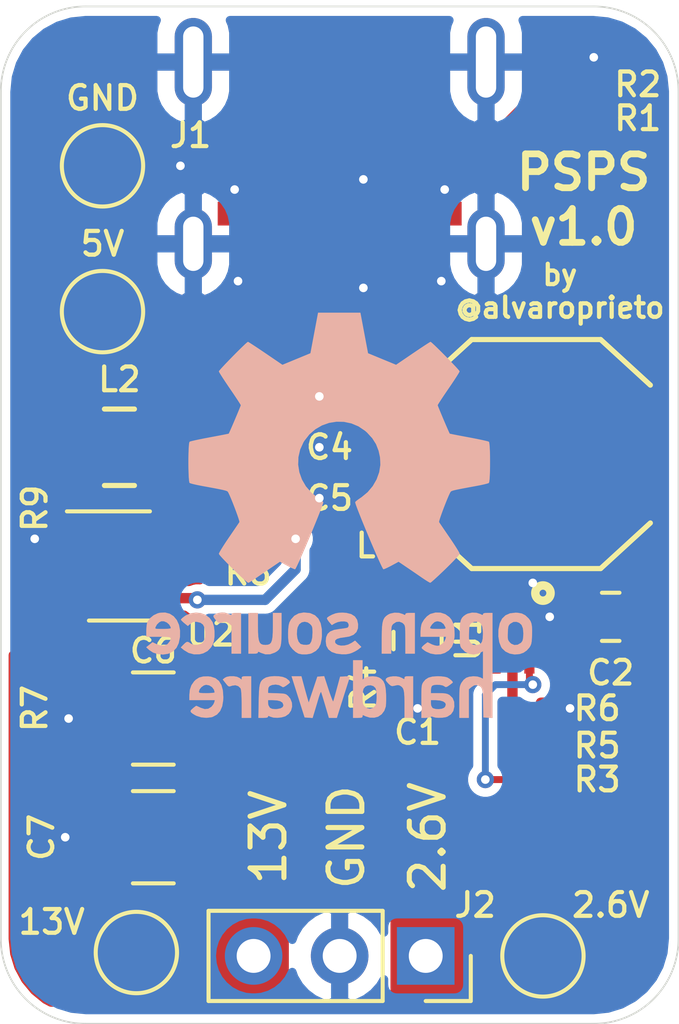
<source format=kicad_pcb>
(kicad_pcb (version 20171130) (host pcbnew 5.1.2-f72e74a~84~ubuntu18.04.1)

  (general
    (thickness 1.6)
    (drawings 13)
    (tracks 91)
    (zones 0)
    (modules 27)
    (nets 28)
  )

  (page A4)
  (title_block
    (title PSPS)
    (date 2019-07-13)
    (rev 1.0)
    (company @alvaroprieto)
  )

  (layers
    (0 F.Cu signal)
    (31 B.Cu signal)
    (32 B.Adhes user)
    (33 F.Adhes user)
    (34 B.Paste user)
    (35 F.Paste user)
    (36 B.SilkS user)
    (37 F.SilkS user)
    (38 B.Mask user)
    (39 F.Mask user)
    (40 Dwgs.User user)
    (41 Cmts.User user hide)
    (42 Eco1.User user)
    (43 Eco2.User user)
    (44 Edge.Cuts user)
    (45 Margin user)
    (46 B.CrtYd user)
    (47 F.CrtYd user)
    (48 B.Fab user)
    (49 F.Fab user hide)
  )

  (setup
    (last_trace_width 0.1524)
    (user_trace_width 0.1524)
    (user_trace_width 0.2032)
    (user_trace_width 0.254)
    (user_trace_width 0.3048)
    (user_trace_width 0.381)
    (user_trace_width 0.508)
    (user_trace_width 0.635)
    (user_trace_width 0.762)
    (user_trace_width 1.016)
    (user_trace_width 1.27)
    (trace_clearance 0.1524)
    (zone_clearance 0.2032)
    (zone_45_only no)
    (trace_min 0.1524)
    (via_size 0.508)
    (via_drill 0.254)
    (via_min_size 0.508)
    (via_min_drill 0.254)
    (user_via 0.508 0.254)
    (uvia_size 0.508)
    (uvia_drill 0.254)
    (uvias_allowed no)
    (uvia_min_size 0.508)
    (uvia_min_drill 0.254)
    (edge_width 0.05)
    (segment_width 0.2)
    (pcb_text_width 0.3)
    (pcb_text_size 1.5 1.5)
    (mod_edge_width 0.12)
    (mod_text_size 0.7 0.7)
    (mod_text_width 0.125)
    (pad_size 1.524 1.524)
    (pad_drill 0.762)
    (pad_to_mask_clearance 0.0508)
    (solder_mask_min_width 0.254)
    (aux_axis_origin 0 0)
    (visible_elements FFFFFF7F)
    (pcbplotparams
      (layerselection 0x010fc_ffffffff)
      (usegerberextensions false)
      (usegerberattributes false)
      (usegerberadvancedattributes false)
      (creategerberjobfile false)
      (excludeedgelayer true)
      (linewidth 0.100000)
      (plotframeref false)
      (viasonmask false)
      (mode 1)
      (useauxorigin false)
      (hpglpennumber 1)
      (hpglpenspeed 20)
      (hpglpendiameter 15.000000)
      (psnegative false)
      (psa4output false)
      (plotreference true)
      (plotvalue true)
      (plotinvisibletext false)
      (padsonsilk false)
      (subtractmaskfromsilk false)
      (outputformat 1)
      (mirror false)
      (drillshape 1)
      (scaleselection 1)
      (outputdirectory ""))
  )

  (net 0 "")
  (net 1 GND)
  (net 2 +5V)
  (net 3 /2V6)
  (net 4 /13V)
  (net 5 "Net-(J1-PadA2)")
  (net 6 "Net-(J1-PadA3)")
  (net 7 "Net-(J1-PadA5)")
  (net 8 "Net-(J1-PadA6)")
  (net 9 "Net-(J1-PadA7)")
  (net 10 "Net-(J1-PadA8)")
  (net 11 "Net-(J1-PadA10)")
  (net 12 "Net-(J1-PadA11)")
  (net 13 "Net-(J1-PadB2)")
  (net 14 "Net-(J1-PadB3)")
  (net 15 "Net-(J1-PadB5)")
  (net 16 "Net-(J1-PadB6)")
  (net 17 "Net-(J1-PadB7)")
  (net 18 "Net-(J1-PadB8)")
  (net 19 "Net-(J1-PadB10)")
  (net 20 "Net-(J1-PadB11)")
  (net 21 "Net-(L1-Pad1)")
  (net 22 "Net-(L2-Pad2)")
  (net 23 "Net-(R3-Pad2)")
  (net 24 "Net-(R4-Pad1)")
  (net 25 "Net-(R5-Pad1)")
  (net 26 "Net-(R7-Pad1)")
  (net 27 "Net-(R8-Pad1)")

  (net_class Default "This is the default net class."
    (clearance 0.1524)
    (trace_width 0.1524)
    (via_dia 0.508)
    (via_drill 0.254)
    (uvia_dia 0.508)
    (uvia_drill 0.254)
    (diff_pair_width 0.1524)
    (diff_pair_gap 0.1524)
    (add_net +5V)
    (add_net /13V)
    (add_net /2V6)
    (add_net GND)
    (add_net "Net-(J1-PadA10)")
    (add_net "Net-(J1-PadA11)")
    (add_net "Net-(J1-PadA2)")
    (add_net "Net-(J1-PadA3)")
    (add_net "Net-(J1-PadA5)")
    (add_net "Net-(J1-PadA6)")
    (add_net "Net-(J1-PadA7)")
    (add_net "Net-(J1-PadA8)")
    (add_net "Net-(J1-PadB10)")
    (add_net "Net-(J1-PadB11)")
    (add_net "Net-(J1-PadB2)")
    (add_net "Net-(J1-PadB3)")
    (add_net "Net-(J1-PadB5)")
    (add_net "Net-(J1-PadB6)")
    (add_net "Net-(J1-PadB7)")
    (add_net "Net-(J1-PadB8)")
    (add_net "Net-(L1-Pad1)")
    (add_net "Net-(L2-Pad2)")
    (add_net "Net-(R3-Pad2)")
    (add_net "Net-(R4-Pad1)")
    (add_net "Net-(R5-Pad1)")
    (add_net "Net-(R7-Pad1)")
    (add_net "Net-(R8-Pad1)")
  )

  (module Symbol:OSHW-Logo_11.4x12mm_SilkScreen (layer B.Cu) (tedit 0) (tstamp 5D2A44A4)
    (at 110 55 180)
    (descr "Open Source Hardware Logo")
    (tags "Logo OSHW")
    (attr virtual)
    (fp_text reference REF** (at 0 0) (layer B.SilkS) hide
      (effects (font (size 1 1) (thickness 0.15)) (justify mirror))
    )
    (fp_text value OSHW-Logo_11.4x12mm_SilkScreen (at 0.75 0) (layer B.Fab) hide
      (effects (font (size 1 1) (thickness 0.15)) (justify mirror))
    )
    (fp_poly (pts (xy 0.746535 5.366828) (xy 0.859117 4.769637) (xy 1.274531 4.59839) (xy 1.689944 4.427143)
      (xy 2.188302 4.766022) (xy 2.327868 4.860378) (xy 2.454028 4.944625) (xy 2.560895 5.014917)
      (xy 2.642582 5.067408) (xy 2.693201 5.098251) (xy 2.706986 5.104902) (xy 2.73182 5.087797)
      (xy 2.784888 5.040511) (xy 2.86024 4.969083) (xy 2.951929 4.879555) (xy 3.054007 4.777966)
      (xy 3.160526 4.670357) (xy 3.265536 4.562768) (xy 3.363091 4.46124) (xy 3.447242 4.371814)
      (xy 3.51204 4.300529) (xy 3.551538 4.253427) (xy 3.56098 4.237663) (xy 3.547391 4.208602)
      (xy 3.509293 4.144934) (xy 3.450694 4.052888) (xy 3.375597 3.938691) (xy 3.288009 3.808571)
      (xy 3.237254 3.734354) (xy 3.144745 3.598833) (xy 3.06254 3.476539) (xy 2.99463 3.37356)
      (xy 2.945 3.295982) (xy 2.91764 3.249894) (xy 2.913529 3.240208) (xy 2.922849 3.212681)
      (xy 2.948254 3.148527) (xy 2.985911 3.056765) (xy 3.031986 2.946416) (xy 3.082646 2.8265)
      (xy 3.134059 2.706036) (xy 3.182389 2.594046) (xy 3.223806 2.499548) (xy 3.254474 2.431563)
      (xy 3.270562 2.399112) (xy 3.271511 2.397835) (xy 3.296772 2.391638) (xy 3.364046 2.377815)
      (xy 3.46636 2.357723) (xy 3.596741 2.332721) (xy 3.748216 2.304169) (xy 3.836594 2.287704)
      (xy 3.998452 2.256886) (xy 4.144649 2.227561) (xy 4.267787 2.201334) (xy 4.360469 2.179809)
      (xy 4.415301 2.16459) (xy 4.426323 2.159762) (xy 4.437119 2.127081) (xy 4.445829 2.05327)
      (xy 4.45246 1.946963) (xy 4.457018 1.816788) (xy 4.459509 1.671379) (xy 4.459938 1.519365)
      (xy 4.458311 1.369378) (xy 4.454635 1.230049) (xy 4.448915 1.11001) (xy 4.441158 1.01789)
      (xy 4.431368 0.962323) (xy 4.425496 0.950755) (xy 4.390399 0.93689) (xy 4.316028 0.917067)
      (xy 4.212223 0.893616) (xy 4.088819 0.868864) (xy 4.045741 0.860857) (xy 3.838047 0.822814)
      (xy 3.673984 0.792176) (xy 3.54813 0.767726) (xy 3.455065 0.748246) (xy 3.389367 0.732519)
      (xy 3.345617 0.719327) (xy 3.318392 0.707451) (xy 3.302272 0.695675) (xy 3.300017 0.693347)
      (xy 3.277503 0.655855) (xy 3.243158 0.58289) (xy 3.200411 0.483388) (xy 3.152692 0.366282)
      (xy 3.10343 0.240507) (xy 3.056055 0.114998) (xy 3.013995 -0.00131) (xy 2.98068 -0.099484)
      (xy 2.959541 -0.170588) (xy 2.954005 -0.205687) (xy 2.954466 -0.206917) (xy 2.973223 -0.235606)
      (xy 3.015776 -0.29873) (xy 3.077653 -0.389718) (xy 3.154382 -0.502) (xy 3.241491 -0.629005)
      (xy 3.266299 -0.665098) (xy 3.354753 -0.795948) (xy 3.432588 -0.915336) (xy 3.495566 -1.016407)
      (xy 3.539445 -1.092304) (xy 3.559985 -1.136172) (xy 3.56098 -1.141562) (xy 3.543722 -1.169889)
      (xy 3.496036 -1.226006) (xy 3.42405 -1.303882) (xy 3.333897 -1.397485) (xy 3.231705 -1.500786)
      (xy 3.123606 -1.607751) (xy 3.015728 -1.712351) (xy 2.914204 -1.808554) (xy 2.825162 -1.890329)
      (xy 2.754733 -1.951645) (xy 2.709047 -1.986471) (xy 2.696409 -1.992157) (xy 2.666991 -1.978765)
      (xy 2.606761 -1.942644) (xy 2.52553 -1.889881) (xy 2.46303 -1.847412) (xy 2.349785 -1.769485)
      (xy 2.215674 -1.677729) (xy 2.081155 -1.58612) (xy 2.008833 -1.537091) (xy 1.764038 -1.371515)
      (xy 1.558551 -1.48262) (xy 1.464936 -1.531293) (xy 1.38533 -1.569126) (xy 1.331467 -1.590703)
      (xy 1.317757 -1.593706) (xy 1.30127 -1.571538) (xy 1.268745 -1.508894) (xy 1.222609 -1.411554)
      (xy 1.16529 -1.285294) (xy 1.099216 -1.135895) (xy 1.026815 -0.969133) (xy 0.950516 -0.790787)
      (xy 0.872746 -0.606636) (xy 0.795934 -0.422457) (xy 0.722506 -0.24403) (xy 0.654892 -0.077132)
      (xy 0.59552 0.072458) (xy 0.546816 0.198962) (xy 0.51121 0.296601) (xy 0.49113 0.359598)
      (xy 0.4879 0.381234) (xy 0.513496 0.408831) (xy 0.569539 0.45363) (xy 0.644311 0.506321)
      (xy 0.650587 0.51049) (xy 0.843845 0.665186) (xy 0.999674 0.845664) (xy 1.116724 1.046153)
      (xy 1.193645 1.260881) (xy 1.229086 1.484078) (xy 1.221697 1.709974) (xy 1.170127 1.932796)
      (xy 1.073026 2.146776) (xy 1.044458 2.193591) (xy 0.895868 2.382637) (xy 0.720327 2.534443)
      (xy 0.52391 2.648221) (xy 0.312693 2.72318) (xy 0.092753 2.758533) (xy -0.129837 2.753488)
      (xy -0.348999 2.707256) (xy -0.558658 2.619049) (xy -0.752739 2.488076) (xy -0.812774 2.434918)
      (xy -0.965565 2.268516) (xy -1.076903 2.093343) (xy -1.153277 1.896989) (xy -1.195813 1.702538)
      (xy -1.206314 1.483913) (xy -1.171299 1.264203) (xy -1.094327 1.050835) (xy -0.978953 0.851233)
      (xy -0.828734 0.672826) (xy -0.647227 0.523038) (xy -0.623373 0.507249) (xy -0.547799 0.455543)
      (xy -0.490349 0.410743) (xy -0.462883 0.382138) (xy -0.462483 0.381234) (xy -0.46838 0.350291)
      (xy -0.491755 0.280064) (xy -0.530179 0.17633) (xy -0.581223 0.044865) (xy -0.642458 -0.108552)
      (xy -0.711456 -0.278146) (xy -0.785786 -0.458138) (xy -0.863022 -0.642753) (xy -0.940732 -0.826213)
      (xy -1.016489 -1.002741) (xy -1.087863 -1.166559) (xy -1.152426 -1.311892) (xy -1.207748 -1.432962)
      (xy -1.2514 -1.523992) (xy -1.280954 -1.579205) (xy -1.292856 -1.593706) (xy -1.329223 -1.582414)
      (xy -1.39727 -1.55213) (xy -1.485263 -1.508265) (xy -1.533649 -1.48262) (xy -1.739137 -1.371515)
      (xy -1.983932 -1.537091) (xy -2.108894 -1.621915) (xy -2.245705 -1.715261) (xy -2.373911 -1.803153)
      (xy -2.438129 -1.847412) (xy -2.528449 -1.908063) (xy -2.604929 -1.956126) (xy -2.657593 -1.985515)
      (xy -2.674698 -1.991727) (xy -2.699595 -1.974968) (xy -2.754695 -1.928181) (xy -2.834657 -1.856225)
      (xy -2.934139 -1.763957) (xy -3.0478 -1.656235) (xy -3.119685 -1.587071) (xy -3.245449 -1.463502)
      (xy -3.354137 -1.352979) (xy -3.441355 -1.26023) (xy -3.502711 -1.189982) (xy -3.533809 -1.146965)
      (xy -3.536792 -1.138235) (xy -3.522947 -1.105029) (xy -3.484688 -1.037887) (xy -3.426258 -0.943608)
      (xy -3.351903 -0.82899) (xy -3.265865 -0.700828) (xy -3.241397 -0.665098) (xy -3.152245 -0.535234)
      (xy -3.072262 -0.418314) (xy -3.00592 -0.320907) (xy -2.957689 -0.249584) (xy -2.932043 -0.210915)
      (xy -2.929565 -0.206917) (xy -2.933271 -0.1761) (xy -2.952939 -0.108344) (xy -2.98514 -0.012584)
      (xy -3.026445 0.102246) (xy -3.073425 0.227211) (xy -3.122651 0.353376) (xy -3.170692 0.471807)
      (xy -3.214119 0.57357) (xy -3.249504 0.649729) (xy -3.273416 0.691351) (xy -3.275116 0.693347)
      (xy -3.289738 0.705242) (xy -3.314435 0.717005) (xy -3.354628 0.729854) (xy -3.415737 0.745006)
      (xy -3.503183 0.763679) (xy -3.622388 0.78709) (xy -3.778773 0.816458) (xy -3.977757 0.853)
      (xy -4.02084 0.860857) (xy -4.148529 0.885528) (xy -4.259847 0.909662) (xy -4.344955 0.930931)
      (xy -4.394017 0.947007) (xy -4.400595 0.950755) (xy -4.411436 0.983982) (xy -4.420247 1.058234)
      (xy -4.427024 1.164879) (xy -4.43176 1.295288) (xy -4.43445 1.440828) (xy -4.435087 1.592869)
      (xy -4.433666 1.742779) (xy -4.43018 1.881927) (xy -4.424624 2.001683) (xy -4.416992 2.093414)
      (xy -4.407278 2.148489) (xy -4.401422 2.159762) (xy -4.36882 2.171132) (xy -4.294582 2.189631)
      (xy -4.186104 2.213653) (xy -4.050783 2.241593) (xy -3.896015 2.271847) (xy -3.811692 2.287704)
      (xy -3.651704 2.317611) (xy -3.509033 2.344705) (xy -3.390652 2.367624) (xy -3.303535 2.385012)
      (xy -3.254655 2.395508) (xy -3.24661 2.397835) (xy -3.233013 2.424069) (xy -3.204271 2.48726)
      (xy -3.164215 2.578378) (xy -3.116676 2.688398) (xy -3.065485 2.80829) (xy -3.014474 2.929028)
      (xy -2.967474 3.041584) (xy -2.928316 3.136929) (xy -2.900831 3.206038) (xy -2.888851 3.239881)
      (xy -2.888628 3.24136) (xy -2.902209 3.268058) (xy -2.940285 3.329495) (xy -2.998853 3.419566)
      (xy -3.073912 3.532165) (xy -3.16146 3.661185) (xy -3.212353 3.735294) (xy -3.305091 3.871178)
      (xy -3.387459 3.994546) (xy -3.455439 4.099158) (xy -3.505012 4.178772) (xy -3.532158 4.227148)
      (xy -3.536079 4.237993) (xy -3.519225 4.263235) (xy -3.472632 4.317131) (xy -3.402251 4.393642)
      (xy -3.314035 4.486732) (xy -3.213935 4.59036) (xy -3.107902 4.698491) (xy -3.001889 4.805085)
      (xy -2.901848 4.904105) (xy -2.81373 4.989513) (xy -2.743487 5.05527) (xy -2.697072 5.095339)
      (xy -2.681544 5.104902) (xy -2.656261 5.091455) (xy -2.595789 5.05368) (xy -2.506008 4.99542)
      (xy -2.392797 4.920521) (xy -2.262036 4.83283) (xy -2.1634 4.766022) (xy -1.665043 4.427143)
      (xy -1.249629 4.59839) (xy -0.834216 4.769637) (xy -0.721634 5.366828) (xy -0.609051 5.96402)
      (xy 0.633952 5.96402) (xy 0.746535 5.366828)) (layer B.SilkS) (width 0.01))
    (fp_poly (pts (xy 3.563637 -2.887472) (xy 3.64929 -2.913641) (xy 3.704437 -2.946707) (xy 3.722401 -2.972855)
      (xy 3.717457 -3.003852) (xy 3.685372 -3.052547) (xy 3.658243 -3.087035) (xy 3.602317 -3.149383)
      (xy 3.560299 -3.175615) (xy 3.52448 -3.173903) (xy 3.418224 -3.146863) (xy 3.340189 -3.148091)
      (xy 3.27682 -3.178735) (xy 3.255546 -3.19667) (xy 3.187451 -3.259779) (xy 3.187451 -4.083922)
      (xy 2.913529 -4.083922) (xy 2.913529 -2.888628) (xy 3.05049 -2.888628) (xy 3.132719 -2.891879)
      (xy 3.175144 -2.903426) (xy 3.187445 -2.925952) (xy 3.187451 -2.92662) (xy 3.19326 -2.950215)
      (xy 3.219531 -2.947138) (xy 3.255931 -2.930115) (xy 3.331111 -2.898439) (xy 3.392158 -2.879381)
      (xy 3.470708 -2.874496) (xy 3.563637 -2.887472)) (layer B.SilkS) (width 0.01))
    (fp_poly (pts (xy -1.49324 -2.909199) (xy -1.431264 -2.938802) (xy -1.371241 -2.981561) (xy -1.325514 -3.030775)
      (xy -1.292207 -3.093544) (xy -1.269445 -3.176971) (xy -1.255353 -3.288159) (xy -1.248058 -3.434209)
      (xy -1.245682 -3.622223) (xy -1.245645 -3.641912) (xy -1.245098 -4.083922) (xy -1.51902 -4.083922)
      (xy -1.51902 -3.676435) (xy -1.519215 -3.525471) (xy -1.520564 -3.416056) (xy -1.524212 -3.339933)
      (xy -1.531304 -3.288848) (xy -1.542987 -3.254545) (xy -1.560406 -3.228768) (xy -1.584671 -3.203298)
      (xy -1.669565 -3.148571) (xy -1.762239 -3.138416) (xy -1.850527 -3.173017) (xy -1.88123 -3.19877)
      (xy -1.903771 -3.222982) (xy -1.919954 -3.248912) (xy -1.930832 -3.284708) (xy -1.937458 -3.338519)
      (xy -1.940885 -3.418493) (xy -1.942166 -3.532779) (xy -1.942353 -3.671907) (xy -1.942353 -4.083922)
      (xy -2.216275 -4.083922) (xy -2.216275 -2.888628) (xy -2.079314 -2.888628) (xy -1.997084 -2.891879)
      (xy -1.95466 -2.903426) (xy -1.942359 -2.925952) (xy -1.942353 -2.92662) (xy -1.936646 -2.948681)
      (xy -1.911473 -2.946177) (xy -1.861422 -2.921937) (xy -1.747906 -2.886271) (xy -1.618055 -2.882305)
      (xy -1.49324 -2.909199)) (layer B.SilkS) (width 0.01))
    (fp_poly (pts (xy 5.303287 -2.884355) (xy 5.367051 -2.899845) (xy 5.4893 -2.956569) (xy 5.593834 -3.043202)
      (xy 5.66618 -3.147074) (xy 5.676119 -3.170396) (xy 5.689754 -3.231484) (xy 5.699298 -3.321853)
      (xy 5.702549 -3.41319) (xy 5.702549 -3.585882) (xy 5.34147 -3.585882) (xy 5.192546 -3.586445)
      (xy 5.087632 -3.589864) (xy 5.020937 -3.598731) (xy 4.986666 -3.615641) (xy 4.979028 -3.643189)
      (xy 4.992229 -3.683968) (xy 5.015877 -3.731683) (xy 5.081843 -3.811314) (xy 5.173512 -3.850987)
      (xy 5.285555 -3.849695) (xy 5.412472 -3.806514) (xy 5.522158 -3.753224) (xy 5.613173 -3.825191)
      (xy 5.704188 -3.897157) (xy 5.618563 -3.976269) (xy 5.50425 -4.051017) (xy 5.363666 -4.096084)
      (xy 5.212449 -4.108696) (xy 5.066236 -4.086079) (xy 5.042647 -4.078405) (xy 4.914141 -4.011296)
      (xy 4.818551 -3.911247) (xy 4.753861 -3.775271) (xy 4.718057 -3.60038) (xy 4.71764 -3.596632)
      (xy 4.714434 -3.406032) (xy 4.727393 -3.338035) (xy 4.980392 -3.338035) (xy 5.003627 -3.348491)
      (xy 5.06671 -3.3565) (xy 5.159706 -3.361073) (xy 5.218638 -3.361765) (xy 5.328537 -3.361332)
      (xy 5.397252 -3.358578) (xy 5.433405 -3.351321) (xy 5.445615 -3.337376) (xy 5.442504 -3.314562)
      (xy 5.439894 -3.305735) (xy 5.395344 -3.2228) (xy 5.325279 -3.15596) (xy 5.263446 -3.126589)
      (xy 5.181301 -3.128362) (xy 5.098062 -3.16499) (xy 5.028238 -3.225634) (xy 4.986337 -3.299456)
      (xy 4.980392 -3.338035) (xy 4.727393 -3.338035) (xy 4.746385 -3.238395) (xy 4.809773 -3.097711)
      (xy 4.900878 -2.987974) (xy 5.015978 -2.913174) (xy 5.151355 -2.877304) (xy 5.303287 -2.884355)) (layer B.SilkS) (width 0.01))
    (fp_poly (pts (xy 4.390976 -2.899056) (xy 4.535256 -2.960348) (xy 4.580699 -2.990185) (xy 4.638779 -3.036036)
      (xy 4.675238 -3.072089) (xy 4.681568 -3.083832) (xy 4.663693 -3.109889) (xy 4.61795 -3.154105)
      (xy 4.581328 -3.184965) (xy 4.481088 -3.26552) (xy 4.401935 -3.198918) (xy 4.340769 -3.155921)
      (xy 4.281129 -3.141079) (xy 4.212872 -3.144704) (xy 4.104482 -3.171652) (xy 4.029872 -3.227587)
      (xy 3.98453 -3.318014) (xy 3.963947 -3.448435) (xy 3.963942 -3.448517) (xy 3.965722 -3.59429)
      (xy 3.993387 -3.701245) (xy 4.048571 -3.774064) (xy 4.086192 -3.798723) (xy 4.186105 -3.829431)
      (xy 4.292822 -3.829449) (xy 4.385669 -3.799655) (xy 4.407647 -3.785098) (xy 4.462765 -3.747914)
      (xy 4.505859 -3.74182) (xy 4.552335 -3.769496) (xy 4.603716 -3.819205) (xy 4.685046 -3.903116)
      (xy 4.594749 -3.977546) (xy 4.455236 -4.061549) (xy 4.297912 -4.102947) (xy 4.133503 -4.09995)
      (xy 4.025531 -4.0725) (xy 3.899331 -4.00462) (xy 3.798401 -3.897831) (xy 3.752548 -3.822451)
      (xy 3.71541 -3.714297) (xy 3.696827 -3.577318) (xy 3.696684 -3.428864) (xy 3.714865 -3.286281)
      (xy 3.751255 -3.166918) (xy 3.756987 -3.15468) (xy 3.841865 -3.034655) (xy 3.956782 -2.947267)
      (xy 4.092659 -2.894329) (xy 4.240417 -2.877654) (xy 4.390976 -2.899056)) (layer B.SilkS) (width 0.01))
    (fp_poly (pts (xy 1.967254 -3.276245) (xy 1.969608 -3.458879) (xy 1.978207 -3.5976) (xy 1.99536 -3.698147)
      (xy 2.023374 -3.766254) (xy 2.064557 -3.807659) (xy 2.121217 -3.828097) (xy 2.191372 -3.833318)
      (xy 2.264848 -3.827468) (xy 2.320657 -3.806093) (xy 2.361109 -3.763458) (xy 2.388509 -3.693825)
      (xy 2.405167 -3.59146) (xy 2.413389 -3.450624) (xy 2.41549 -3.276245) (xy 2.41549 -2.888628)
      (xy 2.689411 -2.888628) (xy 2.689411 -4.083922) (xy 2.552451 -4.083922) (xy 2.469884 -4.080576)
      (xy 2.427368 -4.068826) (xy 2.41549 -4.04652) (xy 2.408336 -4.026654) (xy 2.379865 -4.030857)
      (xy 2.322476 -4.058971) (xy 2.190945 -4.102342) (xy 2.051438 -4.09927) (xy 1.917765 -4.052174)
      (xy 1.854108 -4.014971) (xy 1.805553 -3.974691) (xy 1.770081 -3.924291) (xy 1.745674 -3.856729)
      (xy 1.730313 -3.764965) (xy 1.721982 -3.641955) (xy 1.718662 -3.480659) (xy 1.718235 -3.355928)
      (xy 1.718235 -2.888628) (xy 1.967254 -2.888628) (xy 1.967254 -3.276245)) (layer B.SilkS) (width 0.01))
    (fp_poly (pts (xy 1.209547 -2.903364) (xy 1.335502 -2.971959) (xy 1.434047 -3.080245) (xy 1.480478 -3.168315)
      (xy 1.500412 -3.246101) (xy 1.513328 -3.356993) (xy 1.518863 -3.484738) (xy 1.516654 -3.613084)
      (xy 1.506337 -3.725779) (xy 1.494286 -3.785969) (xy 1.453634 -3.868311) (xy 1.38323 -3.95577)
      (xy 1.298382 -4.032251) (xy 1.214397 -4.081655) (xy 1.212349 -4.082439) (xy 1.108134 -4.104027)
      (xy 0.984627 -4.104562) (xy 0.867261 -4.084908) (xy 0.821942 -4.069155) (xy 0.70522 -4.002966)
      (xy 0.621624 -3.916246) (xy 0.566701 -3.801438) (xy 0.535995 -3.650982) (xy 0.529047 -3.572173)
      (xy 0.529933 -3.473145) (xy 0.796862 -3.473145) (xy 0.805854 -3.617645) (xy 0.831736 -3.72776)
      (xy 0.872868 -3.798116) (xy 0.902172 -3.818235) (xy 0.977251 -3.832265) (xy 1.066494 -3.828111)
      (xy 1.14365 -3.807922) (xy 1.163883 -3.796815) (xy 1.217265 -3.732123) (xy 1.2525 -3.633119)
      (xy 1.267498 -3.512632) (xy 1.260172 -3.383494) (xy 1.243799 -3.305775) (xy 1.19679 -3.215771)
      (xy 1.122582 -3.159509) (xy 1.033209 -3.140057) (xy 0.940707 -3.160481) (xy 0.869653 -3.210437)
      (xy 0.832312 -3.251655) (xy 0.810518 -3.292281) (xy 0.80013 -3.347264) (xy 0.797006 -3.431549)
      (xy 0.796862 -3.473145) (xy 0.529933 -3.473145) (xy 0.53093 -3.361874) (xy 0.56518 -3.189423)
      (xy 0.631802 -3.054814) (xy 0.730799 -2.95804) (xy 0.862175 -2.899094) (xy 0.890385 -2.892259)
      (xy 1.059926 -2.876213) (xy 1.209547 -2.903364)) (layer B.SilkS) (width 0.01))
    (fp_poly (pts (xy 0.027759 -2.884345) (xy 0.122059 -2.902229) (xy 0.21989 -2.939633) (xy 0.230343 -2.944402)
      (xy 0.304531 -2.983412) (xy 0.35591 -3.019664) (xy 0.372517 -3.042887) (xy 0.356702 -3.080761)
      (xy 0.318288 -3.136644) (xy 0.301237 -3.157505) (xy 0.230969 -3.239618) (xy 0.140379 -3.186168)
      (xy 0.054164 -3.150561) (xy -0.045451 -3.131529) (xy -0.140981 -3.130326) (xy -0.214939 -3.14821)
      (xy -0.232688 -3.159373) (xy -0.266488 -3.210553) (xy -0.270596 -3.269509) (xy -0.245304 -3.315567)
      (xy -0.230344 -3.324499) (xy -0.185514 -3.335592) (xy -0.106714 -3.34863) (xy -0.009574 -3.361088)
      (xy 0.008346 -3.363042) (xy 0.164365 -3.39003) (xy 0.277523 -3.435873) (xy 0.352569 -3.504803)
      (xy 0.394253 -3.601054) (xy 0.407238 -3.718617) (xy 0.389299 -3.852254) (xy 0.33105 -3.957195)
      (xy 0.232255 -4.03363) (xy 0.092682 -4.081748) (xy -0.062255 -4.100732) (xy -0.188602 -4.100504)
      (xy -0.291087 -4.083262) (xy -0.361079 -4.059457) (xy -0.449517 -4.017978) (xy -0.531246 -3.969842)
      (xy -0.560295 -3.948655) (xy -0.635 -3.887676) (xy -0.544902 -3.796508) (xy -0.454804 -3.705339)
      (xy -0.352368 -3.773128) (xy -0.249626 -3.824042) (xy -0.139913 -3.850673) (xy -0.034449 -3.853483)
      (xy 0.055546 -3.832935) (xy 0.118854 -3.789493) (xy 0.139296 -3.752838) (xy 0.136229 -3.694053)
      (xy 0.085434 -3.649099) (xy -0.012952 -3.618057) (xy -0.120744 -3.60371) (xy -0.286635 -3.576337)
      (xy -0.409876 -3.524693) (xy -0.492114 -3.447266) (xy -0.534999 -3.342544) (xy -0.54094 -3.218387)
      (xy -0.511594 -3.088702) (xy -0.444691 -2.990677) (xy -0.339629 -2.923866) (xy -0.19581 -2.88782)
      (xy -0.089262 -2.880754) (xy 0.027759 -2.884345)) (layer B.SilkS) (width 0.01))
    (fp_poly (pts (xy -2.686796 -2.916354) (xy -2.661981 -2.928037) (xy -2.576094 -2.990951) (xy -2.494879 -3.082769)
      (xy -2.434236 -3.183868) (xy -2.416988 -3.230349) (xy -2.401251 -3.313376) (xy -2.391867 -3.413713)
      (xy -2.390728 -3.455147) (xy -2.390589 -3.585882) (xy -3.143047 -3.585882) (xy -3.127007 -3.654363)
      (xy -3.087637 -3.735355) (xy -3.018806 -3.805351) (xy -2.936919 -3.850441) (xy -2.884737 -3.859804)
      (xy -2.813971 -3.848441) (xy -2.72954 -3.819943) (xy -2.700858 -3.806831) (xy -2.594791 -3.753858)
      (xy -2.504272 -3.822901) (xy -2.452039 -3.869597) (xy -2.424247 -3.90814) (xy -2.42284 -3.919452)
      (xy -2.447668 -3.946868) (xy -2.502083 -3.988532) (xy -2.551472 -4.021037) (xy -2.684748 -4.079468)
      (xy -2.834161 -4.105915) (xy -2.982249 -4.099039) (xy -3.100295 -4.063096) (xy -3.221982 -3.986101)
      (xy -3.30846 -3.884728) (xy -3.362559 -3.75357) (xy -3.387109 -3.587224) (xy -3.389286 -3.511108)
      (xy -3.380573 -3.336685) (xy -3.379503 -3.331611) (xy -3.130173 -3.331611) (xy -3.123306 -3.347968)
      (xy -3.095083 -3.356988) (xy -3.036873 -3.360854) (xy -2.940042 -3.361749) (xy -2.902757 -3.361765)
      (xy -2.789317 -3.360413) (xy -2.717378 -3.355505) (xy -2.678687 -3.34576) (xy -2.664995 -3.329899)
      (xy -2.66451 -3.324805) (xy -2.680137 -3.284326) (xy -2.719247 -3.227621) (xy -2.736061 -3.207766)
      (xy -2.798481 -3.151611) (xy -2.863547 -3.129532) (xy -2.898603 -3.127686) (xy -2.993442 -3.150766)
      (xy -3.072973 -3.212759) (xy -3.123423 -3.302802) (xy -3.124317 -3.305735) (xy -3.130173 -3.331611)
      (xy -3.379503 -3.331611) (xy -3.351601 -3.199343) (xy -3.29941 -3.089461) (xy -3.235579 -3.011461)
      (xy -3.117567 -2.926882) (xy -2.978842 -2.881686) (xy -2.83129 -2.8776) (xy -2.686796 -2.916354)) (layer B.SilkS) (width 0.01))
    (fp_poly (pts (xy -5.026753 -2.901568) (xy -4.896478 -2.959163) (xy -4.797581 -3.055334) (xy -4.729918 -3.190229)
      (xy -4.693345 -3.363996) (xy -4.690724 -3.391126) (xy -4.68867 -3.582408) (xy -4.715301 -3.750073)
      (xy -4.768999 -3.885967) (xy -4.797753 -3.929681) (xy -4.897909 -4.022198) (xy -5.025463 -4.082119)
      (xy -5.168163 -4.106985) (xy -5.31376 -4.094339) (xy -5.424438 -4.055391) (xy -5.519616 -3.989755)
      (xy -5.597406 -3.903699) (xy -5.598751 -3.901685) (xy -5.630343 -3.84857) (xy -5.650873 -3.79516)
      (xy -5.663305 -3.727754) (xy -5.670603 -3.632653) (xy -5.673818 -3.554666) (xy -5.675156 -3.483944)
      (xy -5.426186 -3.483944) (xy -5.423753 -3.554348) (xy -5.41492 -3.648068) (xy -5.399336 -3.708214)
      (xy -5.371234 -3.751006) (xy -5.344914 -3.776002) (xy -5.251608 -3.828338) (xy -5.15398 -3.835333)
      (xy -5.063058 -3.797676) (xy -5.017598 -3.755479) (xy -4.984838 -3.712956) (xy -4.965677 -3.672267)
      (xy -4.957267 -3.619314) (xy -4.956763 -3.539997) (xy -4.959355 -3.46695) (xy -4.964929 -3.362601)
      (xy -4.973766 -3.29492) (xy -4.989693 -3.250774) (xy -5.016538 -3.217031) (xy -5.037811 -3.197746)
      (xy -5.126794 -3.147086) (xy -5.222789 -3.14456) (xy -5.303281 -3.174567) (xy -5.371947 -3.237231)
      (xy -5.412856 -3.340168) (xy -5.426186 -3.483944) (xy -5.675156 -3.483944) (xy -5.676754 -3.399582)
      (xy -5.67174 -3.2836) (xy -5.656717 -3.196367) (xy -5.629624 -3.12753) (xy -5.5884 -3.066737)
      (xy -5.573115 -3.048686) (xy -5.477546 -2.958746) (xy -5.375039 -2.906211) (xy -5.249679 -2.884201)
      (xy -5.18855 -2.882402) (xy -5.026753 -2.901568)) (layer B.SilkS) (width 0.01))
    (fp_poly (pts (xy 4.025307 -4.762784) (xy 4.144337 -4.793731) (xy 4.244021 -4.8576) (xy 4.292288 -4.905313)
      (xy 4.371408 -5.018106) (xy 4.416752 -5.14895) (xy 4.43233 -5.309792) (xy 4.43241 -5.322794)
      (xy 4.432549 -5.45353) (xy 3.680091 -5.45353) (xy 3.69613 -5.52201) (xy 3.725091 -5.584031)
      (xy 3.775778 -5.648654) (xy 3.786379 -5.658971) (xy 3.877494 -5.714805) (xy 3.9814 -5.724275)
      (xy 4.101 -5.68754) (xy 4.121274 -5.677647) (xy 4.183456 -5.647574) (xy 4.225106 -5.63044)
      (xy 4.232373 -5.628855) (xy 4.25774 -5.644242) (xy 4.30612 -5.681887) (xy 4.330679 -5.702459)
      (xy 4.38157 -5.749714) (xy 4.398281 -5.780917) (xy 4.386683 -5.80962) (xy 4.380483 -5.817468)
      (xy 4.338493 -5.851819) (xy 4.269206 -5.893565) (xy 4.220882 -5.917935) (xy 4.083711 -5.960873)
      (xy 3.931847 -5.974786) (xy 3.788024 -5.9583) (xy 3.747745 -5.946496) (xy 3.623078 -5.879689)
      (xy 3.530671 -5.776892) (xy 3.46999 -5.637105) (xy 3.440498 -5.45933) (xy 3.43726 -5.366373)
      (xy 3.446714 -5.231033) (xy 3.68549 -5.231033) (xy 3.708584 -5.241038) (xy 3.770662 -5.248888)
      (xy 3.860914 -5.253521) (xy 3.922058 -5.254314) (xy 4.03204 -5.253549) (xy 4.101457 -5.24997)
      (xy 4.139538 -5.241649) (xy 4.155515 -5.226657) (xy 4.158627 -5.204903) (xy 4.137278 -5.137892)
      (xy 4.083529 -5.071664) (xy 4.012822 -5.020832) (xy 3.942089 -5.000038) (xy 3.846016 -5.018484)
      (xy 3.762849 -5.071811) (xy 3.705186 -5.148677) (xy 3.68549 -5.231033) (xy 3.446714 -5.231033)
      (xy 3.451028 -5.169291) (xy 3.49352 -5.012271) (xy 3.565635 -4.894069) (xy 3.668273 -4.81344)
      (xy 3.802332 -4.769139) (xy 3.874957 -4.760607) (xy 4.025307 -4.762784)) (layer B.SilkS) (width 0.01))
    (fp_poly (pts (xy 3.238446 -4.755883) (xy 3.334177 -4.774755) (xy 3.388677 -4.802699) (xy 3.446008 -4.849123)
      (xy 3.364441 -4.952111) (xy 3.31415 -5.014479) (xy 3.280001 -5.044907) (xy 3.246063 -5.049555)
      (xy 3.196406 -5.034586) (xy 3.173096 -5.026117) (xy 3.078063 -5.013622) (xy 2.991032 -5.040406)
      (xy 2.927138 -5.100915) (xy 2.916759 -5.120208) (xy 2.905456 -5.171314) (xy 2.896732 -5.2655)
      (xy 2.890997 -5.396089) (xy 2.88866 -5.556405) (xy 2.888627 -5.579211) (xy 2.888627 -5.976471)
      (xy 2.614705 -5.976471) (xy 2.614705 -4.756275) (xy 2.751666 -4.756275) (xy 2.830638 -4.758337)
      (xy 2.871779 -4.767513) (xy 2.886992 -4.78829) (xy 2.888627 -4.807886) (xy 2.888627 -4.859497)
      (xy 2.95424 -4.807886) (xy 3.029475 -4.772675) (xy 3.130544 -4.755265) (xy 3.238446 -4.755883)) (layer B.SilkS) (width 0.01))
    (fp_poly (pts (xy 2.056459 -4.763669) (xy 2.16142 -4.789163) (xy 2.191761 -4.802669) (xy 2.250573 -4.838046)
      (xy 2.295709 -4.87789) (xy 2.329106 -4.92912) (xy 2.352701 -4.998654) (xy 2.368433 -5.093409)
      (xy 2.378239 -5.220305) (xy 2.384057 -5.386258) (xy 2.386266 -5.497108) (xy 2.394396 -5.976471)
      (xy 2.255531 -5.976471) (xy 2.171287 -5.972938) (xy 2.127884 -5.960866) (xy 2.116666 -5.940594)
      (xy 2.110744 -5.918674) (xy 2.084266 -5.922865) (xy 2.048186 -5.940441) (xy 1.957862 -5.967382)
      (xy 1.841777 -5.974642) (xy 1.71968 -5.962767) (xy 1.611321 -5.932305) (xy 1.601602 -5.928077)
      (xy 1.502568 -5.858505) (xy 1.437281 -5.761789) (xy 1.40724 -5.648738) (xy 1.409535 -5.608122)
      (xy 1.654633 -5.608122) (xy 1.676229 -5.662782) (xy 1.740259 -5.701952) (xy 1.843565 -5.722974)
      (xy 1.898774 -5.725766) (xy 1.990782 -5.71862) (xy 2.051941 -5.690848) (xy 2.066862 -5.677647)
      (xy 2.107287 -5.605829) (xy 2.116666 -5.540686) (xy 2.116666 -5.45353) (xy 1.995269 -5.45353)
      (xy 1.854153 -5.460722) (xy 1.755173 -5.483345) (xy 1.692633 -5.522964) (xy 1.678631 -5.540628)
      (xy 1.654633 -5.608122) (xy 1.409535 -5.608122) (xy 1.413941 -5.530157) (xy 1.45888 -5.416855)
      (xy 1.520196 -5.340285) (xy 1.557332 -5.307181) (xy 1.593687 -5.285425) (xy 1.64099 -5.272161)
      (xy 1.710973 -5.264528) (xy 1.815364 -5.25967) (xy 1.85677 -5.258273) (xy 2.116666 -5.24978)
      (xy 2.116285 -5.171116) (xy 2.106219 -5.088428) (xy 2.069829 -5.038431) (xy 1.996311 -5.006489)
      (xy 1.994339 -5.00592) (xy 1.890105 -4.993361) (xy 1.788108 -5.009766) (xy 1.712305 -5.049657)
      (xy 1.68189 -5.069354) (xy 1.649132 -5.066629) (xy 1.598721 -5.038091) (xy 1.569119 -5.01795)
      (xy 1.511218 -4.974919) (xy 1.475352 -4.942662) (xy 1.469597 -4.933427) (xy 1.493295 -4.885636)
      (xy 1.563313 -4.828562) (xy 1.593725 -4.809305) (xy 1.681155 -4.77614) (xy 1.798983 -4.75735)
      (xy 1.929866 -4.753129) (xy 2.056459 -4.763669)) (layer B.SilkS) (width 0.01))
    (fp_poly (pts (xy 0.557528 -4.761332) (xy 0.656014 -4.768726) (xy 0.784776 -5.154706) (xy 0.913537 -5.540686)
      (xy 0.953911 -5.403726) (xy 0.978207 -5.319083) (xy 1.010167 -5.204697) (xy 1.044679 -5.078963)
      (xy 1.062928 -5.01152) (xy 1.131571 -4.756275) (xy 1.414773 -4.756275) (xy 1.330122 -5.023971)
      (xy 1.288435 -5.155638) (xy 1.238074 -5.314458) (xy 1.185481 -5.480128) (xy 1.13853 -5.627843)
      (xy 1.031589 -5.96402) (xy 0.800661 -5.979044) (xy 0.73805 -5.772316) (xy 0.699438 -5.643896)
      (xy 0.6573 -5.502322) (xy 0.620472 -5.377285) (xy 0.619018 -5.372309) (xy 0.591511 -5.287586)
      (xy 0.567242 -5.229778) (xy 0.550243 -5.207918) (xy 0.54675 -5.210446) (xy 0.53449 -5.244336)
      (xy 0.511195 -5.31693) (xy 0.4797 -5.419101) (xy 0.442842 -5.54172) (xy 0.422899 -5.609167)
      (xy 0.314895 -5.976471) (xy 0.085679 -5.976471) (xy -0.097561 -5.3975) (xy -0.149037 -5.235091)
      (xy -0.19593 -5.087602) (xy -0.236023 -4.96196) (xy -0.267103 -4.865095) (xy -0.286955 -4.803934)
      (xy -0.292989 -4.786065) (xy -0.288212 -4.767768) (xy -0.250703 -4.759755) (xy -0.172645 -4.760557)
      (xy -0.160426 -4.761163) (xy -0.015674 -4.768726) (xy 0.07913 -5.117353) (xy 0.113977 -5.244497)
      (xy 0.145117 -5.356265) (xy 0.169809 -5.442953) (xy 0.185312 -5.494856) (xy 0.188176 -5.503318)
      (xy 0.200046 -5.493587) (xy 0.223983 -5.443172) (xy 0.257239 -5.358935) (xy 0.297064 -5.247741)
      (xy 0.33073 -5.147297) (xy 0.459041 -4.753939) (xy 0.557528 -4.761332)) (layer B.SilkS) (width 0.01))
    (fp_poly (pts (xy -0.398432 -5.976471) (xy -0.535393 -5.976471) (xy -0.614889 -5.97414) (xy -0.656292 -5.964488)
      (xy -0.671199 -5.943525) (xy -0.672353 -5.929351) (xy -0.674867 -5.900927) (xy -0.69072 -5.895475)
      (xy -0.732379 -5.912998) (xy -0.764776 -5.929351) (xy -0.889151 -5.968103) (xy -1.024354 -5.970346)
      (xy -1.134274 -5.941444) (xy -1.236634 -5.871619) (xy -1.31466 -5.768555) (xy -1.357386 -5.646989)
      (xy -1.358474 -5.640192) (xy -1.364822 -5.566032) (xy -1.367979 -5.45957) (xy -1.367725 -5.379052)
      (xy -1.095711 -5.379052) (xy -1.08941 -5.48607) (xy -1.075075 -5.574278) (xy -1.055669 -5.62409)
      (xy -0.982254 -5.692162) (xy -0.895086 -5.716564) (xy -0.805196 -5.696831) (xy -0.728383 -5.637968)
      (xy -0.699292 -5.598379) (xy -0.682283 -5.551138) (xy -0.674316 -5.482181) (xy -0.672353 -5.378607)
      (xy -0.675866 -5.276039) (xy -0.685143 -5.185921) (xy -0.698294 -5.125613) (xy -0.700486 -5.120208)
      (xy -0.753522 -5.05594) (xy -0.830933 -5.020656) (xy -0.917546 -5.014959) (xy -0.998193 -5.039453)
      (xy -1.057703 -5.094742) (xy -1.063876 -5.105743) (xy -1.083199 -5.172827) (xy -1.093726 -5.269284)
      (xy -1.095711 -5.379052) (xy -1.367725 -5.379052) (xy -1.367596 -5.338225) (xy -1.365806 -5.272918)
      (xy -1.353627 -5.111355) (xy -1.328315 -4.990053) (xy -1.286207 -4.900379) (xy -1.223641 -4.833699)
      (xy -1.1629 -4.794557) (xy -1.078036 -4.76704) (xy -0.972485 -4.757603) (xy -0.864402 -4.76529)
      (xy -0.771942 -4.789146) (xy -0.72309 -4.817685) (xy -0.672353 -4.863601) (xy -0.672353 -4.283137)
      (xy -0.398432 -4.283137) (xy -0.398432 -5.976471)) (layer B.SilkS) (width 0.01))
    (fp_poly (pts (xy -1.967236 -4.758921) (xy -1.92997 -4.770091) (xy -1.917957 -4.794633) (xy -1.917451 -4.805712)
      (xy -1.915296 -4.836572) (xy -1.900449 -4.841417) (xy -1.860343 -4.82026) (xy -1.83652 -4.805806)
      (xy -1.761362 -4.77485) (xy -1.671594 -4.759544) (xy -1.577471 -4.758367) (xy -1.489246 -4.769799)
      (xy -1.417174 -4.79232) (xy -1.371508 -4.824409) (xy -1.362502 -4.864545) (xy -1.367047 -4.875415)
      (xy -1.400179 -4.920534) (xy -1.451555 -4.976026) (xy -1.460848 -4.984996) (xy -1.509818 -5.026245)
      (xy -1.552069 -5.039572) (xy -1.611159 -5.030271) (xy -1.634831 -5.02409) (xy -1.708496 -5.009246)
      (xy -1.76029 -5.015921) (xy -1.804031 -5.039465) (xy -1.844098 -5.071061) (xy -1.873608 -5.110798)
      (xy -1.894116 -5.166252) (xy -1.907176 -5.245003) (xy -1.914344 -5.354629) (xy -1.917176 -5.502706)
      (xy -1.917451 -5.592111) (xy -1.917451 -5.976471) (xy -2.166471 -5.976471) (xy -2.166471 -4.756275)
      (xy -2.041961 -4.756275) (xy -1.967236 -4.758921)) (layer B.SilkS) (width 0.01))
    (fp_poly (pts (xy -2.74128 -4.765922) (xy -2.62413 -4.79718) (xy -2.534949 -4.853837) (xy -2.472016 -4.928045)
      (xy -2.452452 -4.959716) (xy -2.438008 -4.992891) (xy -2.427911 -5.035329) (xy -2.421385 -5.094788)
      (xy -2.417658 -5.179029) (xy -2.415954 -5.29581) (xy -2.4155 -5.45289) (xy -2.415491 -5.494565)
      (xy -2.415491 -5.976471) (xy -2.53502 -5.976471) (xy -2.611261 -5.971131) (xy -2.667634 -5.957604)
      (xy -2.681758 -5.949262) (xy -2.72037 -5.934864) (xy -2.759808 -5.949262) (xy -2.824738 -5.967237)
      (xy -2.919055 -5.974472) (xy -3.023593 -5.971333) (xy -3.119189 -5.958186) (xy -3.175 -5.941318)
      (xy -3.283002 -5.871986) (xy -3.350497 -5.775772) (xy -3.380841 -5.647844) (xy -3.381123 -5.644559)
      (xy -3.37846 -5.587808) (xy -3.137647 -5.587808) (xy -3.116595 -5.652358) (xy -3.082303 -5.688686)
      (xy -3.013468 -5.716162) (xy -2.92261 -5.727129) (xy -2.829958 -5.721731) (xy -2.755744 -5.70011)
      (xy -2.734951 -5.686239) (xy -2.698619 -5.622143) (xy -2.689412 -5.549278) (xy -2.689412 -5.45353)
      (xy -2.827173 -5.45353) (xy -2.958047 -5.463605) (xy -3.057259 -5.492148) (xy -3.118977 -5.536639)
      (xy -3.137647 -5.587808) (xy -3.37846 -5.587808) (xy -3.374564 -5.50479) (xy -3.328466 -5.394282)
      (xy -3.2418 -5.310712) (xy -3.229821 -5.30311) (xy -3.178345 -5.278357) (xy -3.114632 -5.263368)
      (xy -3.025565 -5.256082) (xy -2.919755 -5.254407) (xy -2.689412 -5.254314) (xy -2.689412 -5.157755)
      (xy -2.699183 -5.082836) (xy -2.724116 -5.032644) (xy -2.727035 -5.029972) (xy -2.782519 -5.008015)
      (xy -2.866273 -4.999505) (xy -2.958833 -5.003687) (xy -3.04073 -5.019809) (xy -3.089327 -5.04399)
      (xy -3.115659 -5.063359) (xy -3.143465 -5.067057) (xy -3.181839 -5.051188) (xy -3.239875 -5.011855)
      (xy -3.326669 -4.945164) (xy -3.334635 -4.938916) (xy -3.330553 -4.9158) (xy -3.296499 -4.877352)
      (xy -3.24474 -4.834627) (xy -3.187545 -4.798679) (xy -3.169575 -4.790191) (xy -3.104028 -4.773252)
      (xy -3.00798 -4.76117) (xy -2.900671 -4.756323) (xy -2.895653 -4.756313) (xy -2.74128 -4.765922)) (layer B.SilkS) (width 0.01))
    (fp_poly (pts (xy -3.780091 -2.90956) (xy -3.727588 -2.935499) (xy -3.662842 -2.9807) (xy -3.615653 -3.029991)
      (xy -3.583335 -3.091885) (xy -3.563203 -3.174896) (xy -3.55257 -3.287538) (xy -3.548753 -3.438324)
      (xy -3.54853 -3.503149) (xy -3.549182 -3.645221) (xy -3.551888 -3.746757) (xy -3.557776 -3.817015)
      (xy -3.567973 -3.865256) (xy -3.583606 -3.900738) (xy -3.599872 -3.924943) (xy -3.703705 -4.027929)
      (xy -3.825979 -4.089874) (xy -3.957886 -4.108506) (xy -4.090616 -4.081549) (xy -4.132667 -4.062486)
      (xy -4.233334 -4.010015) (xy -4.233334 -4.832259) (xy -4.159865 -4.794267) (xy -4.063059 -4.764872)
      (xy -3.944072 -4.757342) (xy -3.825255 -4.771245) (xy -3.735527 -4.802476) (xy -3.661101 -4.861954)
      (xy -3.59751 -4.947066) (xy -3.592729 -4.955805) (xy -3.572563 -4.996966) (xy -3.557835 -5.038454)
      (xy -3.547697 -5.088713) (xy -3.541301 -5.156184) (xy -3.537799 -5.249309) (xy -3.536342 -5.376531)
      (xy -3.536079 -5.519701) (xy -3.536079 -5.976471) (xy -3.81 -5.976471) (xy -3.81 -5.134231)
      (xy -3.886617 -5.069763) (xy -3.966207 -5.018194) (xy -4.041578 -5.008818) (xy -4.117367 -5.032947)
      (xy -4.157759 -5.056574) (xy -4.187821 -5.090227) (xy -4.209203 -5.141087) (xy -4.22355 -5.216334)
      (xy -4.23251 -5.323146) (xy -4.23773 -5.468704) (xy -4.239569 -5.565588) (xy -4.245785 -5.96402)
      (xy -4.37652 -5.971547) (xy -4.507255 -5.979073) (xy -4.507255 -3.506582) (xy -4.233334 -3.506582)
      (xy -4.22635 -3.644423) (xy -4.202818 -3.740107) (xy -4.158865 -3.799641) (xy -4.090618 -3.829029)
      (xy -4.021667 -3.834902) (xy -3.943614 -3.828154) (xy -3.891811 -3.801594) (xy -3.859417 -3.766499)
      (xy -3.833916 -3.728752) (xy -3.818735 -3.6867) (xy -3.811981 -3.627779) (xy -3.811759 -3.539428)
      (xy -3.814032 -3.465448) (xy -3.819251 -3.354) (xy -3.827021 -3.280833) (xy -3.840105 -3.234422)
      (xy -3.861268 -3.203244) (xy -3.88124 -3.185223) (xy -3.964686 -3.145925) (xy -4.063449 -3.139579)
      (xy -4.120159 -3.153116) (xy -4.176308 -3.201233) (xy -4.213501 -3.294833) (xy -4.231528 -3.433254)
      (xy -4.233334 -3.506582) (xy -4.507255 -3.506582) (xy -4.507255 -2.888628) (xy -4.370295 -2.888628)
      (xy -4.288065 -2.891879) (xy -4.24564 -2.903426) (xy -4.233339 -2.925952) (xy -4.233334 -2.92662)
      (xy -4.227626 -2.948681) (xy -4.202453 -2.946176) (xy -4.152402 -2.921935) (xy -4.035781 -2.884851)
      (xy -3.904571 -2.880953) (xy -3.780091 -2.90956)) (layer B.SilkS) (width 0.01))
  )

  (module Capacitor_SMD:C_0805_2012Metric (layer F.Cu) (tedit 5B36C52B) (tstamp 5D2AC130)
    (at 112.3 58.7 270)
    (descr "Capacitor SMD 0805 (2012 Metric), square (rectangular) end terminal, IPC_7351 nominal, (Body size source: https://docs.google.com/spreadsheets/d/1BsfQQcO9C6DZCsRaXUlFlo91Tg2WpOkGARC1WS5S8t0/edit?usp=sharing), generated with kicad-footprint-generator")
    (tags capacitor)
    (path /5D29F34D)
    (attr smd)
    (fp_text reference C1 (at 2.7 0 180) (layer F.SilkS)
      (effects (font (size 0.7 0.7) (thickness 0.125)))
    )
    (fp_text value 10uF (at 0 1.65 90) (layer F.Fab)
      (effects (font (size 0.7 0.7) (thickness 0.125)))
    )
    (fp_text user %R (at 0 0 90) (layer F.Fab)
      (effects (font (size 0.5 0.5) (thickness 0.08)))
    )
    (fp_line (start 1.68 0.95) (end -1.68 0.95) (layer F.CrtYd) (width 0.05))
    (fp_line (start 1.68 -0.95) (end 1.68 0.95) (layer F.CrtYd) (width 0.05))
    (fp_line (start -1.68 -0.95) (end 1.68 -0.95) (layer F.CrtYd) (width 0.05))
    (fp_line (start -1.68 0.95) (end -1.68 -0.95) (layer F.CrtYd) (width 0.05))
    (fp_line (start -0.258578 0.71) (end 0.258578 0.71) (layer F.SilkS) (width 0.12))
    (fp_line (start -0.258578 -0.71) (end 0.258578 -0.71) (layer F.SilkS) (width 0.12))
    (fp_line (start 1 0.6) (end -1 0.6) (layer F.Fab) (width 0.1))
    (fp_line (start 1 -0.6) (end 1 0.6) (layer F.Fab) (width 0.1))
    (fp_line (start -1 -0.6) (end 1 -0.6) (layer F.Fab) (width 0.1))
    (fp_line (start -1 0.6) (end -1 -0.6) (layer F.Fab) (width 0.1))
    (pad 2 smd roundrect (at 0.9375 0 270) (size 0.975 1.4) (layers F.Cu F.Paste F.Mask) (roundrect_rratio 0.25)
      (net 1 GND))
    (pad 1 smd roundrect (at -0.9375 0 270) (size 0.975 1.4) (layers F.Cu F.Paste F.Mask) (roundrect_rratio 0.25)
      (net 2 +5V))
    (model ${KISYS3DMOD}/Capacitor_SMD.3dshapes/C_0805_2012Metric.wrl
      (at (xyz 0 0 0))
      (scale (xyz 1 1 1))
      (rotate (xyz 0 0 0))
    )
  )

  (module Capacitor_SMD:C_0805_2012Metric (layer F.Cu) (tedit 5B36C52B) (tstamp 5D2AC141)
    (at 118 58 180)
    (descr "Capacitor SMD 0805 (2012 Metric), square (rectangular) end terminal, IPC_7351 nominal, (Body size source: https://docs.google.com/spreadsheets/d/1BsfQQcO9C6DZCsRaXUlFlo91Tg2WpOkGARC1WS5S8t0/edit?usp=sharing), generated with kicad-footprint-generator")
    (tags capacitor)
    (path /5D2A0727)
    (attr smd)
    (fp_text reference C2 (at 0 -1.65) (layer F.SilkS)
      (effects (font (size 0.7 0.7) (thickness 0.125)))
    )
    (fp_text value 22uF (at 0 1.65) (layer F.Fab)
      (effects (font (size 0.7 0.7) (thickness 0.125)))
    )
    (fp_line (start -1 0.6) (end -1 -0.6) (layer F.Fab) (width 0.1))
    (fp_line (start -1 -0.6) (end 1 -0.6) (layer F.Fab) (width 0.1))
    (fp_line (start 1 -0.6) (end 1 0.6) (layer F.Fab) (width 0.1))
    (fp_line (start 1 0.6) (end -1 0.6) (layer F.Fab) (width 0.1))
    (fp_line (start -0.258578 -0.71) (end 0.258578 -0.71) (layer F.SilkS) (width 0.12))
    (fp_line (start -0.258578 0.71) (end 0.258578 0.71) (layer F.SilkS) (width 0.12))
    (fp_line (start -1.68 0.95) (end -1.68 -0.95) (layer F.CrtYd) (width 0.05))
    (fp_line (start -1.68 -0.95) (end 1.68 -0.95) (layer F.CrtYd) (width 0.05))
    (fp_line (start 1.68 -0.95) (end 1.68 0.95) (layer F.CrtYd) (width 0.05))
    (fp_line (start 1.68 0.95) (end -1.68 0.95) (layer F.CrtYd) (width 0.05))
    (fp_text user %R (at 0 0) (layer F.Fab)
      (effects (font (size 0.5 0.5) (thickness 0.08)))
    )
    (pad 1 smd roundrect (at -0.9375 0 180) (size 0.975 1.4) (layers F.Cu F.Paste F.Mask) (roundrect_rratio 0.25)
      (net 3 /2V6))
    (pad 2 smd roundrect (at 0.9375 0 180) (size 0.975 1.4) (layers F.Cu F.Paste F.Mask) (roundrect_rratio 0.25)
      (net 1 GND))
    (model ${KISYS3DMOD}/Capacitor_SMD.3dshapes/C_0805_2012Metric.wrl
      (at (xyz 0 0 0))
      (scale (xyz 1 1 1))
      (rotate (xyz 0 0 0))
    )
  )

  (module Capacitor_SMD:C_0603_1608Metric (layer F.Cu) (tedit 5B301BBE) (tstamp 5D2AC152)
    (at 107.6 51.5)
    (descr "Capacitor SMD 0603 (1608 Metric), square (rectangular) end terminal, IPC_7351 nominal, (Body size source: http://www.tortai-tech.com/upload/download/2011102023233369053.pdf), generated with kicad-footprint-generator")
    (tags capacitor)
    (path /5D2AF5F8)
    (attr smd)
    (fp_text reference C3 (at 2.1 0) (layer F.SilkS)
      (effects (font (size 0.7 0.7) (thickness 0.125)))
    )
    (fp_text value 1uF (at 0 1.43) (layer F.Fab)
      (effects (font (size 0.7 0.7) (thickness 0.125)))
    )
    (fp_line (start -0.8 0.4) (end -0.8 -0.4) (layer F.Fab) (width 0.1))
    (fp_line (start -0.8 -0.4) (end 0.8 -0.4) (layer F.Fab) (width 0.1))
    (fp_line (start 0.8 -0.4) (end 0.8 0.4) (layer F.Fab) (width 0.1))
    (fp_line (start 0.8 0.4) (end -0.8 0.4) (layer F.Fab) (width 0.1))
    (fp_line (start -0.162779 -0.51) (end 0.162779 -0.51) (layer F.SilkS) (width 0.12))
    (fp_line (start -0.162779 0.51) (end 0.162779 0.51) (layer F.SilkS) (width 0.12))
    (fp_line (start -1.48 0.73) (end -1.48 -0.73) (layer F.CrtYd) (width 0.05))
    (fp_line (start -1.48 -0.73) (end 1.48 -0.73) (layer F.CrtYd) (width 0.05))
    (fp_line (start 1.48 -0.73) (end 1.48 0.73) (layer F.CrtYd) (width 0.05))
    (fp_line (start 1.48 0.73) (end -1.48 0.73) (layer F.CrtYd) (width 0.05))
    (fp_text user %R (at 0 0) (layer F.Fab)
      (effects (font (size 0.4 0.4) (thickness 0.06)))
    )
    (pad 1 smd roundrect (at -0.7875 0) (size 0.875 0.95) (layers F.Cu F.Paste F.Mask) (roundrect_rratio 0.25)
      (net 2 +5V))
    (pad 2 smd roundrect (at 0.7875 0) (size 0.875 0.95) (layers F.Cu F.Paste F.Mask) (roundrect_rratio 0.25)
      (net 1 GND))
    (model ${KISYS3DMOD}/Capacitor_SMD.3dshapes/C_0603_1608Metric.wrl
      (at (xyz 0 0 0))
      (scale (xyz 1 1 1))
      (rotate (xyz 0 0 0))
    )
  )

  (module Capacitor_SMD:C_0603_1608Metric (layer F.Cu) (tedit 5B301BBE) (tstamp 5D2AC163)
    (at 107.6 53)
    (descr "Capacitor SMD 0603 (1608 Metric), square (rectangular) end terminal, IPC_7351 nominal, (Body size source: http://www.tortai-tech.com/upload/download/2011102023233369053.pdf), generated with kicad-footprint-generator")
    (tags capacitor)
    (path /5D2AF327)
    (attr smd)
    (fp_text reference C4 (at 2.1 0) (layer F.SilkS)
      (effects (font (size 0.7 0.7) (thickness 0.125)))
    )
    (fp_text value 1uF (at 0 1.43) (layer F.Fab)
      (effects (font (size 0.7 0.7) (thickness 0.125)))
    )
    (fp_text user %R (at 0 0) (layer F.Fab)
      (effects (font (size 0.4 0.4) (thickness 0.06)))
    )
    (fp_line (start 1.48 0.73) (end -1.48 0.73) (layer F.CrtYd) (width 0.05))
    (fp_line (start 1.48 -0.73) (end 1.48 0.73) (layer F.CrtYd) (width 0.05))
    (fp_line (start -1.48 -0.73) (end 1.48 -0.73) (layer F.CrtYd) (width 0.05))
    (fp_line (start -1.48 0.73) (end -1.48 -0.73) (layer F.CrtYd) (width 0.05))
    (fp_line (start -0.162779 0.51) (end 0.162779 0.51) (layer F.SilkS) (width 0.12))
    (fp_line (start -0.162779 -0.51) (end 0.162779 -0.51) (layer F.SilkS) (width 0.12))
    (fp_line (start 0.8 0.4) (end -0.8 0.4) (layer F.Fab) (width 0.1))
    (fp_line (start 0.8 -0.4) (end 0.8 0.4) (layer F.Fab) (width 0.1))
    (fp_line (start -0.8 -0.4) (end 0.8 -0.4) (layer F.Fab) (width 0.1))
    (fp_line (start -0.8 0.4) (end -0.8 -0.4) (layer F.Fab) (width 0.1))
    (pad 2 smd roundrect (at 0.7875 0) (size 0.875 0.95) (layers F.Cu F.Paste F.Mask) (roundrect_rratio 0.25)
      (net 1 GND))
    (pad 1 smd roundrect (at -0.7875 0) (size 0.875 0.95) (layers F.Cu F.Paste F.Mask) (roundrect_rratio 0.25)
      (net 2 +5V))
    (model ${KISYS3DMOD}/Capacitor_SMD.3dshapes/C_0603_1608Metric.wrl
      (at (xyz 0 0 0))
      (scale (xyz 1 1 1))
      (rotate (xyz 0 0 0))
    )
  )

  (module Capacitor_SMD:C_0603_1608Metric (layer F.Cu) (tedit 5B301BBE) (tstamp 5D2AC174)
    (at 107.6 54.5)
    (descr "Capacitor SMD 0603 (1608 Metric), square (rectangular) end terminal, IPC_7351 nominal, (Body size source: http://www.tortai-tech.com/upload/download/2011102023233369053.pdf), generated with kicad-footprint-generator")
    (tags capacitor)
    (path /5D2AEF0D)
    (attr smd)
    (fp_text reference C5 (at 2.1 0) (layer F.SilkS)
      (effects (font (size 0.7 0.7) (thickness 0.125)))
    )
    (fp_text value 1uF (at 0 1.43) (layer F.Fab)
      (effects (font (size 0.7 0.7) (thickness 0.125)))
    )
    (fp_line (start -0.8 0.4) (end -0.8 -0.4) (layer F.Fab) (width 0.1))
    (fp_line (start -0.8 -0.4) (end 0.8 -0.4) (layer F.Fab) (width 0.1))
    (fp_line (start 0.8 -0.4) (end 0.8 0.4) (layer F.Fab) (width 0.1))
    (fp_line (start 0.8 0.4) (end -0.8 0.4) (layer F.Fab) (width 0.1))
    (fp_line (start -0.162779 -0.51) (end 0.162779 -0.51) (layer F.SilkS) (width 0.12))
    (fp_line (start -0.162779 0.51) (end 0.162779 0.51) (layer F.SilkS) (width 0.12))
    (fp_line (start -1.48 0.73) (end -1.48 -0.73) (layer F.CrtYd) (width 0.05))
    (fp_line (start -1.48 -0.73) (end 1.48 -0.73) (layer F.CrtYd) (width 0.05))
    (fp_line (start 1.48 -0.73) (end 1.48 0.73) (layer F.CrtYd) (width 0.05))
    (fp_line (start 1.48 0.73) (end -1.48 0.73) (layer F.CrtYd) (width 0.05))
    (fp_text user %R (at 0 0) (layer F.Fab)
      (effects (font (size 0.4 0.4) (thickness 0.06)))
    )
    (pad 1 smd roundrect (at -0.7875 0) (size 0.875 0.95) (layers F.Cu F.Paste F.Mask) (roundrect_rratio 0.25)
      (net 2 +5V))
    (pad 2 smd roundrect (at 0.7875 0) (size 0.875 0.95) (layers F.Cu F.Paste F.Mask) (roundrect_rratio 0.25)
      (net 1 GND))
    (model ${KISYS3DMOD}/Capacitor_SMD.3dshapes/C_0603_1608Metric.wrl
      (at (xyz 0 0 0))
      (scale (xyz 1 1 1))
      (rotate (xyz 0 0 0))
    )
  )

  (module Capacitor_SMD:C_1210_3225Metric (layer F.Cu) (tedit 5B301BBE) (tstamp 5D2AC185)
    (at 104.5 61 180)
    (descr "Capacitor SMD 1210 (3225 Metric), square (rectangular) end terminal, IPC_7351 nominal, (Body size source: http://www.tortai-tech.com/upload/download/2011102023233369053.pdf), generated with kicad-footprint-generator")
    (tags capacitor)
    (path /5D2ACA68)
    (attr smd)
    (fp_text reference C6 (at 0 2) (layer F.SilkS)
      (effects (font (size 0.7 0.7) (thickness 0.125)))
    )
    (fp_text value 10uF (at 0 2.28) (layer F.Fab)
      (effects (font (size 0.7 0.7) (thickness 0.125)))
    )
    (fp_text user %R (at 0 0) (layer F.Fab)
      (effects (font (size 0.8 0.8) (thickness 0.12)))
    )
    (fp_line (start 2.28 1.58) (end -2.28 1.58) (layer F.CrtYd) (width 0.05))
    (fp_line (start 2.28 -1.58) (end 2.28 1.58) (layer F.CrtYd) (width 0.05))
    (fp_line (start -2.28 -1.58) (end 2.28 -1.58) (layer F.CrtYd) (width 0.05))
    (fp_line (start -2.28 1.58) (end -2.28 -1.58) (layer F.CrtYd) (width 0.05))
    (fp_line (start -0.602064 1.36) (end 0.602064 1.36) (layer F.SilkS) (width 0.12))
    (fp_line (start -0.602064 -1.36) (end 0.602064 -1.36) (layer F.SilkS) (width 0.12))
    (fp_line (start 1.6 1.25) (end -1.6 1.25) (layer F.Fab) (width 0.1))
    (fp_line (start 1.6 -1.25) (end 1.6 1.25) (layer F.Fab) (width 0.1))
    (fp_line (start -1.6 -1.25) (end 1.6 -1.25) (layer F.Fab) (width 0.1))
    (fp_line (start -1.6 1.25) (end -1.6 -1.25) (layer F.Fab) (width 0.1))
    (pad 2 smd roundrect (at 1.4 0 180) (size 1.25 2.65) (layers F.Cu F.Paste F.Mask) (roundrect_rratio 0.2)
      (net 1 GND))
    (pad 1 smd roundrect (at -1.4 0 180) (size 1.25 2.65) (layers F.Cu F.Paste F.Mask) (roundrect_rratio 0.2)
      (net 4 /13V))
    (model ${KISYS3DMOD}/Capacitor_SMD.3dshapes/C_1210_3225Metric.wrl
      (at (xyz 0 0 0))
      (scale (xyz 1 1 1))
      (rotate (xyz 0 0 0))
    )
  )

  (module Capacitor_SMD:C_1210_3225Metric (layer F.Cu) (tedit 5B301BBE) (tstamp 5D2AC196)
    (at 104.5 64.5 180)
    (descr "Capacitor SMD 1210 (3225 Metric), square (rectangular) end terminal, IPC_7351 nominal, (Body size source: http://www.tortai-tech.com/upload/download/2011102023233369053.pdf), generated with kicad-footprint-generator")
    (tags capacitor)
    (path /5D2AEC37)
    (attr smd)
    (fp_text reference C7 (at 3.3 0 270) (layer F.SilkS)
      (effects (font (size 0.7 0.7) (thickness 0.125)))
    )
    (fp_text value 10uF (at 0 2.28) (layer F.Fab)
      (effects (font (size 0.7 0.7) (thickness 0.125)))
    )
    (fp_line (start -1.6 1.25) (end -1.6 -1.25) (layer F.Fab) (width 0.1))
    (fp_line (start -1.6 -1.25) (end 1.6 -1.25) (layer F.Fab) (width 0.1))
    (fp_line (start 1.6 -1.25) (end 1.6 1.25) (layer F.Fab) (width 0.1))
    (fp_line (start 1.6 1.25) (end -1.6 1.25) (layer F.Fab) (width 0.1))
    (fp_line (start -0.602064 -1.36) (end 0.602064 -1.36) (layer F.SilkS) (width 0.12))
    (fp_line (start -0.602064 1.36) (end 0.602064 1.36) (layer F.SilkS) (width 0.12))
    (fp_line (start -2.28 1.58) (end -2.28 -1.58) (layer F.CrtYd) (width 0.05))
    (fp_line (start -2.28 -1.58) (end 2.28 -1.58) (layer F.CrtYd) (width 0.05))
    (fp_line (start 2.28 -1.58) (end 2.28 1.58) (layer F.CrtYd) (width 0.05))
    (fp_line (start 2.28 1.58) (end -2.28 1.58) (layer F.CrtYd) (width 0.05))
    (fp_text user %R (at 0 0) (layer F.Fab)
      (effects (font (size 0.8 0.8) (thickness 0.12)))
    )
    (pad 1 smd roundrect (at -1.4 0 180) (size 1.25 2.65) (layers F.Cu F.Paste F.Mask) (roundrect_rratio 0.2)
      (net 4 /13V))
    (pad 2 smd roundrect (at 1.4 0 180) (size 1.25 2.65) (layers F.Cu F.Paste F.Mask) (roundrect_rratio 0.2)
      (net 1 GND))
    (model ${KISYS3DMOD}/Capacitor_SMD.3dshapes/C_1210_3225Metric.wrl
      (at (xyz 0 0 0))
      (scale (xyz 1 1 1))
      (rotate (xyz 0 0 0))
    )
  )

  (module alvarop:MOLEX-1054500101 (layer F.Cu) (tedit 5D2A148C) (tstamp 5D2AC1BC)
    (at 110 47 180)
    (path /5D363596)
    (fp_text reference J1 (at 4.4 3.2) (layer F.SilkS)
      (effects (font (size 0.7 0.7) (thickness 0.125)))
    )
    (fp_text value USB_C_Receptacle (at 0 -3.5) (layer F.Fab)
      (effects (font (size 0.7 0.7) (thickness 0.125)))
    )
    (fp_line (start -3.5 7.13) (end 3.5 7.13) (layer Dwgs.User) (width 0.12))
    (fp_line (start -3.5 1.48) (end 3.5 1.48) (layer Dwgs.User) (width 0.12))
    (fp_line (start 3.5 1.48) (end 3.5 7.13) (layer Dwgs.User) (width 0.12))
    (fp_line (start -3.5 7.13) (end -3.5 1.48) (layer Dwgs.User) (width 0.12))
    (fp_line (start -3.5 1.48) (end 3.5 7.13) (layer Dwgs.User) (width 0.12))
    (fp_line (start -3.5 7.13) (end 3.5 1.48) (layer Dwgs.User) (width 0.12))
    (pad A1 smd rect (at -3 -0.41 180) (size 0.3 0.7) (layers F.Cu F.Paste F.Mask)
      (net 1 GND))
    (pad A2 smd rect (at -2.5 -0.41 180) (size 0.3 0.7) (layers F.Cu F.Paste F.Mask)
      (net 5 "Net-(J1-PadA2)"))
    (pad A3 smd rect (at -2 -0.41 180) (size 0.3 0.7) (layers F.Cu F.Paste F.Mask)
      (net 6 "Net-(J1-PadA3)"))
    (pad A4 smd rect (at -1.5 -0.41 180) (size 0.3 0.7) (layers F.Cu F.Paste F.Mask)
      (net 2 +5V))
    (pad A5 smd rect (at -1 -0.41 180) (size 0.3 0.7) (layers F.Cu F.Paste F.Mask)
      (net 7 "Net-(J1-PadA5)"))
    (pad A6 smd rect (at -0.5 -0.41 180) (size 0.3 0.7) (layers F.Cu F.Paste F.Mask)
      (net 8 "Net-(J1-PadA6)"))
    (pad A7 smd rect (at 0.5 -0.41 180) (size 0.3 0.7) (layers F.Cu F.Paste F.Mask)
      (net 9 "Net-(J1-PadA7)"))
    (pad A8 smd rect (at 1 -0.41 180) (size 0.3 0.7) (layers F.Cu F.Paste F.Mask)
      (net 10 "Net-(J1-PadA8)"))
    (pad A9 smd rect (at 1.5 -0.41 180) (size 0.3 0.7) (layers F.Cu F.Paste F.Mask)
      (net 2 +5V))
    (pad A10 smd rect (at 2 -0.41 180) (size 0.3 0.7) (layers F.Cu F.Paste F.Mask)
      (net 11 "Net-(J1-PadA10)"))
    (pad A11 smd rect (at 2.5 -0.41 180) (size 0.3 0.7) (layers F.Cu F.Paste F.Mask)
      (net 12 "Net-(J1-PadA11)"))
    (pad A12 smd rect (at 3 -0.41 180) (size 0.3 0.7) (layers F.Cu F.Paste F.Mask)
      (net 1 GND))
    (pad B1 smd rect (at 3.1 0.89 180) (size 1 0.7) (layers F.Cu F.Paste F.Mask)
      (net 1 GND))
    (pad B2 smd rect (at 2.25 0.89 180) (size 0.3 0.7) (layers F.Cu F.Paste F.Mask)
      (net 13 "Net-(J1-PadB2)"))
    (pad B3 smd rect (at 1.75 0.89 180) (size 0.3 0.7) (layers F.Cu F.Paste F.Mask)
      (net 14 "Net-(J1-PadB3)"))
    (pad B4 smd rect (at 1.25 0.89 180) (size 0.3 0.7) (layers F.Cu F.Paste F.Mask)
      (net 2 +5V))
    (pad B5 smd rect (at 0.75 0.89 180) (size 0.3 0.7) (layers F.Cu F.Paste F.Mask)
      (net 15 "Net-(J1-PadB5)"))
    (pad B6 smd rect (at 0.25 0.89 180) (size 0.3 0.7) (layers F.Cu F.Paste F.Mask)
      (net 16 "Net-(J1-PadB6)"))
    (pad B7 smd rect (at -0.25 0.89 180) (size 0.3 0.7) (layers F.Cu F.Paste F.Mask)
      (net 17 "Net-(J1-PadB7)"))
    (pad B8 smd rect (at -0.75 0.89 180) (size 0.3 0.7) (layers F.Cu F.Paste F.Mask)
      (net 18 "Net-(J1-PadB8)"))
    (pad B9 smd rect (at -1.25 0.89 180) (size 0.3 0.7) (layers F.Cu F.Paste F.Mask)
      (net 2 +5V))
    (pad B10 smd rect (at -1.75 0.89 180) (size 0.3 0.7) (layers F.Cu F.Paste F.Mask)
      (net 19 "Net-(J1-PadB10)"))
    (pad B11 smd rect (at -2.25 0.89 180) (size 0.3 0.7) (layers F.Cu F.Paste F.Mask)
      (net 20 "Net-(J1-PadB11)"))
    (pad B12 smd rect (at -3.1 0.89 180) (size 1 0.7) (layers F.Cu F.Paste F.Mask)
      (net 1 GND))
    (pad S1 thru_hole oval (at -4.32 0 180) (size 1.1 2.1) (drill oval 0.6 1.6) (layers *.Cu *.Mask)
      (net 1 GND))
    (pad S1 thru_hole oval (at 4.32 0 180) (size 1.1 2.1) (drill oval 0.6 1.6) (layers *.Cu *.Mask)
      (net 1 GND))
    (pad S1 thru_hole oval (at -4.32 5.36 180) (size 1.1 2.6) (drill oval 0.6 2.1) (layers *.Cu *.Mask)
      (net 1 GND))
    (pad S1 thru_hole oval (at 4.32 5.36 180) (size 1.1 2.6) (drill oval 0.6 2.1) (layers *.Cu *.Mask)
      (net 1 GND))
    (model :ALVARO3D:1054500101.stp
      (offset (xyz 0 -2.6 1.6))
      (scale (xyz 1 1 1))
      (rotate (xyz 0 0 180))
    )
  )

  (module Connector_PinSocket_2.54mm:PinSocket_1x03_P2.54mm_Vertical (layer F.Cu) (tedit 5A19A429) (tstamp 5D2AC754)
    (at 112.54 68 270)
    (descr "Through hole straight socket strip, 1x03, 2.54mm pitch, single row (from Kicad 4.0.7), script generated")
    (tags "Through hole socket strip THT 1x03 2.54mm single row")
    (path /5D348F62)
    (fp_text reference J2 (at -1.5 -1.46 180) (layer F.SilkS)
      (effects (font (size 0.7 0.7) (thickness 0.125)))
    )
    (fp_text value Conn_01x03 (at 0 7.85 90) (layer F.Fab)
      (effects (font (size 0.7 0.7) (thickness 0.125)))
    )
    (fp_line (start -1.27 -1.27) (end 0.635 -1.27) (layer F.Fab) (width 0.1))
    (fp_line (start 0.635 -1.27) (end 1.27 -0.635) (layer F.Fab) (width 0.1))
    (fp_line (start 1.27 -0.635) (end 1.27 6.35) (layer F.Fab) (width 0.1))
    (fp_line (start 1.27 6.35) (end -1.27 6.35) (layer F.Fab) (width 0.1))
    (fp_line (start -1.27 6.35) (end -1.27 -1.27) (layer F.Fab) (width 0.1))
    (fp_line (start -1.33 1.27) (end 1.33 1.27) (layer F.SilkS) (width 0.12))
    (fp_line (start -1.33 1.27) (end -1.33 6.41) (layer F.SilkS) (width 0.12))
    (fp_line (start -1.33 6.41) (end 1.33 6.41) (layer F.SilkS) (width 0.12))
    (fp_line (start 1.33 1.27) (end 1.33 6.41) (layer F.SilkS) (width 0.12))
    (fp_line (start 1.33 -1.33) (end 1.33 0) (layer F.SilkS) (width 0.12))
    (fp_line (start 0 -1.33) (end 1.33 -1.33) (layer F.SilkS) (width 0.12))
    (fp_line (start -1.8 -1.8) (end 1.75 -1.8) (layer F.CrtYd) (width 0.05))
    (fp_line (start 1.75 -1.8) (end 1.75 6.85) (layer F.CrtYd) (width 0.05))
    (fp_line (start 1.75 6.85) (end -1.8 6.85) (layer F.CrtYd) (width 0.05))
    (fp_line (start -1.8 6.85) (end -1.8 -1.8) (layer F.CrtYd) (width 0.05))
    (fp_text user %R (at 0 2.54) (layer F.Fab)
      (effects (font (size 0.7 0.7) (thickness 0.125)))
    )
    (pad 1 thru_hole rect (at 0 0 270) (size 1.7 1.7) (drill 1) (layers *.Cu *.Mask)
      (net 3 /2V6))
    (pad 2 thru_hole oval (at 0 2.54 270) (size 1.7 1.7) (drill 1) (layers *.Cu *.Mask)
      (net 1 GND))
    (pad 3 thru_hole oval (at 0 5.08 270) (size 1.7 1.7) (drill 1) (layers *.Cu *.Mask)
      (net 4 /13V))
    (model ${KISYS3DMOD}/Connector_PinSocket_2.54mm.3dshapes/PinSocket_1x03_P2.54mm_Vertical.wrl
      (at (xyz 0 0 0))
      (scale (xyz 1 1 1))
      (rotate (xyz 0 0 0))
    )
  )

  (module ultra_librarian:SPM6530T-1R0M120 (layer F.Cu) (tedit 5D2A0D1B) (tstamp 5D2AC820)
    (at 115.8 53.2)
    (path /5D2A0084)
    (fp_text reference L1 (at -4.7 2.7) (layer F.SilkS)
      (effects (font (size 0.7 0.7) (thickness 0.125)))
    )
    (fp_text value 1uH (at 0 0) (layer F.SilkS) hide
      (effects (font (size 0.7 0.7) (thickness 0.125)))
    )
    (fp_text user "Copyright 2016 Accelerated Designs. All rights reserved." (at 0 0) (layer Cmts.User)
      (effects (font (size 0.127 0.127) (thickness 0.002)))
    )
    (fp_text user * (at -4.566 0) (layer F.SilkS) hide
      (effects (font (size 0.7 0.7) (thickness 0.125)))
    )
    (fp_text user * (at -3.042001 0) (layer F.Fab)
      (effects (font (size 0.7 0.7) (thickness 0.125)))
    )
    (fp_line (start -1.902 -3.377001) (end -3.370346 -2.032741) (layer F.SilkS) (width 0.1524))
    (fp_line (start -3.370346 2.032741) (end -1.902 3.377001) (layer F.SilkS) (width 0.1524))
    (fp_line (start -1.902 3.377001) (end 1.902 3.377001) (layer F.SilkS) (width 0.1524))
    (fp_line (start 1.902 3.377001) (end 3.370346 2.032741) (layer F.SilkS) (width 0.1524))
    (fp_line (start 3.370346 -2.032741) (end 1.902 -3.377001) (layer F.SilkS) (width 0.1524))
    (fp_line (start 1.902 -3.377001) (end -1.902 -3.377001) (layer F.SilkS) (width 0.1524))
    (fp_line (start -1.775 -3.250001) (end -3.55 -1.625001) (layer F.Fab) (width 0.1524))
    (fp_line (start -3.55 -1.625001) (end -3.55 1.625001) (layer F.Fab) (width 0.1524))
    (fp_line (start -3.55 1.625001) (end -1.775 3.250001) (layer F.Fab) (width 0.1524))
    (fp_line (start -1.775 3.250001) (end 1.775 3.250001) (layer F.Fab) (width 0.1524))
    (fp_line (start 1.775 3.250001) (end 3.55 1.625001) (layer F.Fab) (width 0.1524))
    (fp_line (start 3.55 1.625001) (end 3.55 -1.625001) (layer F.Fab) (width 0.1524))
    (fp_line (start 3.55 -1.625001) (end 1.775 -3.250001) (layer F.Fab) (width 0.1524))
    (fp_line (start 1.775 -3.250001) (end -1.775 -3.250001) (layer F.Fab) (width 0.1524))
    (fp_line (start -3.954 3.504) (end -3.954 -3.504) (layer F.CrtYd) (width 0.1524))
    (fp_line (start -3.954 -3.504) (end 3.954 -3.504) (layer F.CrtYd) (width 0.1524))
    (fp_line (start 3.954 -3.504) (end 3.954 3.504) (layer F.CrtYd) (width 0.1524))
    (fp_line (start 3.954 3.504) (end -3.954 3.504) (layer F.CrtYd) (width 0.1524))
    (pad 1 smd rect (at -2.775 0) (size 1.85 3.400001) (layers F.Cu F.Paste F.Mask)
      (net 21 "Net-(L1-Pad1)"))
    (pad 2 smd rect (at 2.775 0) (size 1.85 3.400001) (layers F.Cu F.Paste F.Mask)
      (net 3 /2V6))
  )

  (module ultra_librarian:MLP2520S100MT0S1 (layer F.Cu) (tedit 5D2A0D89) (tstamp 5D2AC209)
    (at 103.5 53 180)
    (path /5D2ABA3D)
    (fp_text reference L2 (at 0 2) (layer F.SilkS)
      (effects (font (size 0.7 0.7) (thickness 0.125)))
    )
    (fp_text value 10uH (at 0 2.2) (layer F.SilkS) hide
      (effects (font (size 0.7 0.7) (thickness 0.125)))
    )
    (fp_text user "Copyright 2016 Accelerated Designs. All rights reserved." (at 0 0) (layer Cmts.User)
      (effects (font (size 0.127 0.127) (thickness 0.002)))
    )
    (fp_line (start -0.75 1) (end -0.75 -1) (layer F.Fab) (width 0.1524))
    (fp_line (start -0.75 -1) (end -1.25 -1) (layer F.Fab) (width 0.1524))
    (fp_line (start -1.25 -1) (end -1.25 1) (layer F.Fab) (width 0.1524))
    (fp_line (start -1.25 1) (end -0.75 1) (layer F.Fab) (width 0.1524))
    (fp_line (start 0.75 -1) (end 0.75 1) (layer F.Fab) (width 0.1524))
    (fp_line (start 0.75 1) (end 1.25 1) (layer F.Fab) (width 0.1524))
    (fp_line (start 1.25 1) (end 1.25 -1) (layer F.Fab) (width 0.1524))
    (fp_line (start 1.25 -1) (end 0.75 -1) (layer F.Fab) (width 0.1524))
    (fp_line (start -0.44245 1.127) (end 0.44245 1.127) (layer F.SilkS) (width 0.1524))
    (fp_line (start 0.44245 -1.127) (end -0.44245 -1.127) (layer F.SilkS) (width 0.1524))
    (fp_line (start -1.25 1) (end 1.25 1) (layer F.Fab) (width 0.1524))
    (fp_line (start 1.25 1) (end 1.25 -1) (layer F.Fab) (width 0.1524))
    (fp_line (start 1.25 -1) (end -1.25 -1) (layer F.Fab) (width 0.1524))
    (fp_line (start -1.25 -1) (end -1.25 1) (layer F.Fab) (width 0.1524))
    (fp_line (start -1.8596 1.254) (end -1.8596 -1.254) (layer F.CrtYd) (width 0.1524))
    (fp_line (start -1.8596 -1.254) (end 1.8596 -1.254) (layer F.CrtYd) (width 0.1524))
    (fp_line (start 1.8596 -1.254) (end 1.8596 1.254) (layer F.CrtYd) (width 0.1524))
    (fp_line (start 1.8596 1.254) (end -1.8596 1.254) (layer F.CrtYd) (width 0.1524))
    (fp_circle (center -1.0508 0) (end -0.9746 0) (layer F.Fab) (width 0.1524))
    (fp_circle (center -2.4438 0) (end -2.3676 0) (layer F.SilkS) (width 0.1524))
    (pad 1 smd rect (at -1.1778 0 180) (size 0.8556 2) (layers F.Cu F.Paste F.Mask)
      (net 2 +5V))
    (pad 2 smd rect (at 1.1778 0 180) (size 0.8556 2) (layers F.Cu F.Paste F.Mask)
      (net 22 "Net-(L2-Pad2)"))
  )

  (module Resistor_SMD:R_0402_1005Metric (layer F.Cu) (tedit 5B301BBD) (tstamp 5D2AC218)
    (at 117 43.3 180)
    (descr "Resistor SMD 0402 (1005 Metric), square (rectangular) end terminal, IPC_7351 nominal, (Body size source: http://www.tortai-tech.com/upload/download/2011102023233369053.pdf), generated with kicad-footprint-generator")
    (tags resistor)
    (path /5D2F24A4)
    (attr smd)
    (fp_text reference R1 (at -1.8 0) (layer F.SilkS)
      (effects (font (size 0.7 0.7) (thickness 0.125)))
    )
    (fp_text value 5.1k (at 0 1.17) (layer F.Fab)
      (effects (font (size 0.7 0.7) (thickness 0.125)))
    )
    (fp_line (start -0.5 0.25) (end -0.5 -0.25) (layer F.Fab) (width 0.1))
    (fp_line (start -0.5 -0.25) (end 0.5 -0.25) (layer F.Fab) (width 0.1))
    (fp_line (start 0.5 -0.25) (end 0.5 0.25) (layer F.Fab) (width 0.1))
    (fp_line (start 0.5 0.25) (end -0.5 0.25) (layer F.Fab) (width 0.1))
    (fp_line (start -0.93 0.47) (end -0.93 -0.47) (layer F.CrtYd) (width 0.05))
    (fp_line (start -0.93 -0.47) (end 0.93 -0.47) (layer F.CrtYd) (width 0.05))
    (fp_line (start 0.93 -0.47) (end 0.93 0.47) (layer F.CrtYd) (width 0.05))
    (fp_line (start 0.93 0.47) (end -0.93 0.47) (layer F.CrtYd) (width 0.05))
    (fp_text user %R (at 0 0) (layer F.Fab)
      (effects (font (size 0.25 0.25) (thickness 0.04)))
    )
    (pad 1 smd roundrect (at -0.485 0 180) (size 0.59 0.64) (layers F.Cu F.Paste F.Mask) (roundrect_rratio 0.25)
      (net 1 GND))
    (pad 2 smd roundrect (at 0.485 0 180) (size 0.59 0.64) (layers F.Cu F.Paste F.Mask) (roundrect_rratio 0.25)
      (net 7 "Net-(J1-PadA5)"))
    (model ${KISYS3DMOD}/Resistor_SMD.3dshapes/R_0402_1005Metric.wrl
      (at (xyz 0 0 0))
      (scale (xyz 1 1 1))
      (rotate (xyz 0 0 0))
    )
  )

  (module Resistor_SMD:R_0402_1005Metric (layer F.Cu) (tedit 5B301BBD) (tstamp 5D2AC227)
    (at 117 42.3 180)
    (descr "Resistor SMD 0402 (1005 Metric), square (rectangular) end terminal, IPC_7351 nominal, (Body size source: http://www.tortai-tech.com/upload/download/2011102023233369053.pdf), generated with kicad-footprint-generator")
    (tags resistor)
    (path /5D2F2C2C)
    (attr smd)
    (fp_text reference R2 (at -1.8 0) (layer F.SilkS)
      (effects (font (size 0.7 0.7) (thickness 0.125)))
    )
    (fp_text value 5.1k (at 0 1.17) (layer F.Fab)
      (effects (font (size 0.7 0.7) (thickness 0.125)))
    )
    (fp_text user %R (at 0 0) (layer F.Fab)
      (effects (font (size 0.25 0.25) (thickness 0.04)))
    )
    (fp_line (start 0.93 0.47) (end -0.93 0.47) (layer F.CrtYd) (width 0.05))
    (fp_line (start 0.93 -0.47) (end 0.93 0.47) (layer F.CrtYd) (width 0.05))
    (fp_line (start -0.93 -0.47) (end 0.93 -0.47) (layer F.CrtYd) (width 0.05))
    (fp_line (start -0.93 0.47) (end -0.93 -0.47) (layer F.CrtYd) (width 0.05))
    (fp_line (start 0.5 0.25) (end -0.5 0.25) (layer F.Fab) (width 0.1))
    (fp_line (start 0.5 -0.25) (end 0.5 0.25) (layer F.Fab) (width 0.1))
    (fp_line (start -0.5 -0.25) (end 0.5 -0.25) (layer F.Fab) (width 0.1))
    (fp_line (start -0.5 0.25) (end -0.5 -0.25) (layer F.Fab) (width 0.1))
    (pad 2 smd roundrect (at 0.485 0 180) (size 0.59 0.64) (layers F.Cu F.Paste F.Mask) (roundrect_rratio 0.25)
      (net 15 "Net-(J1-PadB5)"))
    (pad 1 smd roundrect (at -0.485 0 180) (size 0.59 0.64) (layers F.Cu F.Paste F.Mask) (roundrect_rratio 0.25)
      (net 1 GND))
    (model ${KISYS3DMOD}/Resistor_SMD.3dshapes/R_0402_1005Metric.wrl
      (at (xyz 0 0 0))
      (scale (xyz 1 1 1))
      (rotate (xyz 0 0 0))
    )
  )

  (module Resistor_SMD:R_0402_1005Metric (layer F.Cu) (tedit 5B301BBD) (tstamp 5D2AC236)
    (at 115.6 62.8 180)
    (descr "Resistor SMD 0402 (1005 Metric), square (rectangular) end terminal, IPC_7351 nominal, (Body size source: http://www.tortai-tech.com/upload/download/2011102023233369053.pdf), generated with kicad-footprint-generator")
    (tags resistor)
    (path /5D29F7DC)
    (attr smd)
    (fp_text reference R3 (at -2 0) (layer F.SilkS)
      (effects (font (size 0.7 0.7) (thickness 0.125)))
    )
    (fp_text value 1M (at 0 1.17) (layer F.Fab)
      (effects (font (size 0.7 0.7) (thickness 0.125)))
    )
    (fp_line (start -0.5 0.25) (end -0.5 -0.25) (layer F.Fab) (width 0.1))
    (fp_line (start -0.5 -0.25) (end 0.5 -0.25) (layer F.Fab) (width 0.1))
    (fp_line (start 0.5 -0.25) (end 0.5 0.25) (layer F.Fab) (width 0.1))
    (fp_line (start 0.5 0.25) (end -0.5 0.25) (layer F.Fab) (width 0.1))
    (fp_line (start -0.93 0.47) (end -0.93 -0.47) (layer F.CrtYd) (width 0.05))
    (fp_line (start -0.93 -0.47) (end 0.93 -0.47) (layer F.CrtYd) (width 0.05))
    (fp_line (start 0.93 -0.47) (end 0.93 0.47) (layer F.CrtYd) (width 0.05))
    (fp_line (start 0.93 0.47) (end -0.93 0.47) (layer F.CrtYd) (width 0.05))
    (fp_text user %R (at 0 0) (layer F.Fab)
      (effects (font (size 0.25 0.25) (thickness 0.04)))
    )
    (pad 1 smd roundrect (at -0.485 0 180) (size 0.59 0.64) (layers F.Cu F.Paste F.Mask) (roundrect_rratio 0.25)
      (net 3 /2V6))
    (pad 2 smd roundrect (at 0.485 0 180) (size 0.59 0.64) (layers F.Cu F.Paste F.Mask) (roundrect_rratio 0.25)
      (net 23 "Net-(R3-Pad2)"))
    (model ${KISYS3DMOD}/Resistor_SMD.3dshapes/R_0402_1005Metric.wrl
      (at (xyz 0 0 0))
      (scale (xyz 1 1 1))
      (rotate (xyz 0 0 0))
    )
  )

  (module Resistor_SMD:R_0402_1005Metric (layer F.Cu) (tedit 5B301BBD) (tstamp 5D2AC245)
    (at 110.7 58.4 90)
    (descr "Resistor SMD 0402 (1005 Metric), square (rectangular) end terminal, IPC_7351 nominal, (Body size source: http://www.tortai-tech.com/upload/download/2011102023233369053.pdf), generated with kicad-footprint-generator")
    (tags resistor)
    (path /5D2CB724)
    (attr smd)
    (fp_text reference R4 (at -1.7 0 90) (layer F.SilkS)
      (effects (font (size 0.7 0.7) (thickness 0.125)))
    )
    (fp_text value 0 (at 0 1.17 90) (layer F.Fab)
      (effects (font (size 0.7 0.7) (thickness 0.125)))
    )
    (fp_line (start -0.5 0.25) (end -0.5 -0.25) (layer F.Fab) (width 0.1))
    (fp_line (start -0.5 -0.25) (end 0.5 -0.25) (layer F.Fab) (width 0.1))
    (fp_line (start 0.5 -0.25) (end 0.5 0.25) (layer F.Fab) (width 0.1))
    (fp_line (start 0.5 0.25) (end -0.5 0.25) (layer F.Fab) (width 0.1))
    (fp_line (start -0.93 0.47) (end -0.93 -0.47) (layer F.CrtYd) (width 0.05))
    (fp_line (start -0.93 -0.47) (end 0.93 -0.47) (layer F.CrtYd) (width 0.05))
    (fp_line (start 0.93 -0.47) (end 0.93 0.47) (layer F.CrtYd) (width 0.05))
    (fp_line (start 0.93 0.47) (end -0.93 0.47) (layer F.CrtYd) (width 0.05))
    (fp_text user %R (at 0 0 90) (layer F.Fab)
      (effects (font (size 0.25 0.25) (thickness 0.04)))
    )
    (pad 1 smd roundrect (at -0.485 0 90) (size 0.59 0.64) (layers F.Cu F.Paste F.Mask) (roundrect_rratio 0.25)
      (net 24 "Net-(R4-Pad1)"))
    (pad 2 smd roundrect (at 0.485 0 90) (size 0.59 0.64) (layers F.Cu F.Paste F.Mask) (roundrect_rratio 0.25)
      (net 2 +5V))
    (model ${KISYS3DMOD}/Resistor_SMD.3dshapes/R_0402_1005Metric.wrl
      (at (xyz 0 0 0))
      (scale (xyz 1 1 1))
      (rotate (xyz 0 0 0))
    )
  )

  (module Resistor_SMD:R_0402_1005Metric (layer F.Cu) (tedit 5B301BBD) (tstamp 5D2AC254)
    (at 115.6 61.8)
    (descr "Resistor SMD 0402 (1005 Metric), square (rectangular) end terminal, IPC_7351 nominal, (Body size source: http://www.tortai-tech.com/upload/download/2011102023233369053.pdf), generated with kicad-footprint-generator")
    (tags resistor)
    (path /5D2A02F4)
    (attr smd)
    (fp_text reference R5 (at 2 0) (layer F.SilkS)
      (effects (font (size 0.7 0.7) (thickness 0.125)))
    )
    (fp_text value 332k (at 0 1.17) (layer F.Fab)
      (effects (font (size 0.7 0.7) (thickness 0.125)))
    )
    (fp_line (start -0.5 0.25) (end -0.5 -0.25) (layer F.Fab) (width 0.1))
    (fp_line (start -0.5 -0.25) (end 0.5 -0.25) (layer F.Fab) (width 0.1))
    (fp_line (start 0.5 -0.25) (end 0.5 0.25) (layer F.Fab) (width 0.1))
    (fp_line (start 0.5 0.25) (end -0.5 0.25) (layer F.Fab) (width 0.1))
    (fp_line (start -0.93 0.47) (end -0.93 -0.47) (layer F.CrtYd) (width 0.05))
    (fp_line (start -0.93 -0.47) (end 0.93 -0.47) (layer F.CrtYd) (width 0.05))
    (fp_line (start 0.93 -0.47) (end 0.93 0.47) (layer F.CrtYd) (width 0.05))
    (fp_line (start 0.93 0.47) (end -0.93 0.47) (layer F.CrtYd) (width 0.05))
    (fp_text user %R (at 0 0) (layer F.Fab)
      (effects (font (size 0.25 0.25) (thickness 0.04)))
    )
    (pad 1 smd roundrect (at -0.485 0) (size 0.59 0.64) (layers F.Cu F.Paste F.Mask) (roundrect_rratio 0.25)
      (net 25 "Net-(R5-Pad1)"))
    (pad 2 smd roundrect (at 0.485 0) (size 0.59 0.64) (layers F.Cu F.Paste F.Mask) (roundrect_rratio 0.25)
      (net 3 /2V6))
    (model ${KISYS3DMOD}/Resistor_SMD.3dshapes/R_0402_1005Metric.wrl
      (at (xyz 0 0 0))
      (scale (xyz 1 1 1))
      (rotate (xyz 0 0 0))
    )
  )

  (module Resistor_SMD:R_0402_1005Metric (layer F.Cu) (tedit 5B301BBD) (tstamp 5D2AC263)
    (at 115.6 60.7 180)
    (descr "Resistor SMD 0402 (1005 Metric), square (rectangular) end terminal, IPC_7351 nominal, (Body size source: http://www.tortai-tech.com/upload/download/2011102023233369053.pdf), generated with kicad-footprint-generator")
    (tags resistor)
    (path /5D2A055B)
    (attr smd)
    (fp_text reference R6 (at -2 0) (layer F.SilkS)
      (effects (font (size 0.7 0.7) (thickness 0.125)))
    )
    (fp_text value 100k (at 0 1.17) (layer F.Fab)
      (effects (font (size 0.7 0.7) (thickness 0.125)))
    )
    (fp_text user %R (at 0 0) (layer F.Fab)
      (effects (font (size 0.25 0.25) (thickness 0.04)))
    )
    (fp_line (start 0.93 0.47) (end -0.93 0.47) (layer F.CrtYd) (width 0.05))
    (fp_line (start 0.93 -0.47) (end 0.93 0.47) (layer F.CrtYd) (width 0.05))
    (fp_line (start -0.93 -0.47) (end 0.93 -0.47) (layer F.CrtYd) (width 0.05))
    (fp_line (start -0.93 0.47) (end -0.93 -0.47) (layer F.CrtYd) (width 0.05))
    (fp_line (start 0.5 0.25) (end -0.5 0.25) (layer F.Fab) (width 0.1))
    (fp_line (start 0.5 -0.25) (end 0.5 0.25) (layer F.Fab) (width 0.1))
    (fp_line (start -0.5 -0.25) (end 0.5 -0.25) (layer F.Fab) (width 0.1))
    (fp_line (start -0.5 0.25) (end -0.5 -0.25) (layer F.Fab) (width 0.1))
    (pad 2 smd roundrect (at 0.485 0 180) (size 0.59 0.64) (layers F.Cu F.Paste F.Mask) (roundrect_rratio 0.25)
      (net 25 "Net-(R5-Pad1)"))
    (pad 1 smd roundrect (at -0.485 0 180) (size 0.59 0.64) (layers F.Cu F.Paste F.Mask) (roundrect_rratio 0.25)
      (net 1 GND))
    (model ${KISYS3DMOD}/Resistor_SMD.3dshapes/R_0402_1005Metric.wrl
      (at (xyz 0 0 0))
      (scale (xyz 1 1 1))
      (rotate (xyz 0 0 0))
    )
  )

  (module Resistor_SMD:R_0402_1005Metric (layer F.Cu) (tedit 5B301BBD) (tstamp 5D2AC272)
    (at 101 59 270)
    (descr "Resistor SMD 0402 (1005 Metric), square (rectangular) end terminal, IPC_7351 nominal, (Body size source: http://www.tortai-tech.com/upload/download/2011102023233369053.pdf), generated with kicad-footprint-generator")
    (tags resistor)
    (path /5D2ACA54)
    (attr smd)
    (fp_text reference R7 (at 1.7 0 90) (layer F.SilkS)
      (effects (font (size 0.7 0.7) (thickness 0.125)))
    )
    (fp_text value 1.1M (at 0 1.17 90) (layer F.Fab)
      (effects (font (size 0.7 0.7) (thickness 0.125)))
    )
    (fp_line (start -0.5 0.25) (end -0.5 -0.25) (layer F.Fab) (width 0.1))
    (fp_line (start -0.5 -0.25) (end 0.5 -0.25) (layer F.Fab) (width 0.1))
    (fp_line (start 0.5 -0.25) (end 0.5 0.25) (layer F.Fab) (width 0.1))
    (fp_line (start 0.5 0.25) (end -0.5 0.25) (layer F.Fab) (width 0.1))
    (fp_line (start -0.93 0.47) (end -0.93 -0.47) (layer F.CrtYd) (width 0.05))
    (fp_line (start -0.93 -0.47) (end 0.93 -0.47) (layer F.CrtYd) (width 0.05))
    (fp_line (start 0.93 -0.47) (end 0.93 0.47) (layer F.CrtYd) (width 0.05))
    (fp_line (start 0.93 0.47) (end -0.93 0.47) (layer F.CrtYd) (width 0.05))
    (fp_text user %R (at 0 0 90) (layer F.Fab)
      (effects (font (size 0.25 0.25) (thickness 0.04)))
    )
    (pad 1 smd roundrect (at -0.485 0 270) (size 0.59 0.64) (layers F.Cu F.Paste F.Mask) (roundrect_rratio 0.25)
      (net 26 "Net-(R7-Pad1)"))
    (pad 2 smd roundrect (at 0.485 0 270) (size 0.59 0.64) (layers F.Cu F.Paste F.Mask) (roundrect_rratio 0.25)
      (net 4 /13V))
    (model ${KISYS3DMOD}/Resistor_SMD.3dshapes/R_0402_1005Metric.wrl
      (at (xyz 0 0 0))
      (scale (xyz 1 1 1))
      (rotate (xyz 0 0 0))
    )
  )

  (module Resistor_SMD:R_0402_1005Metric (layer F.Cu) (tedit 5B301BBD) (tstamp 5D2AC281)
    (at 107.3 55.7 180)
    (descr "Resistor SMD 0402 (1005 Metric), square (rectangular) end terminal, IPC_7351 nominal, (Body size source: http://www.tortai-tech.com/upload/download/2011102023233369053.pdf), generated with kicad-footprint-generator")
    (tags resistor)
    (path /5D2CF35D)
    (attr smd)
    (fp_text reference R8 (at 0 -1) (layer F.SilkS)
      (effects (font (size 0.7 0.7) (thickness 0.125)))
    )
    (fp_text value 0 (at 0 1.17) (layer F.Fab)
      (effects (font (size 0.7 0.7) (thickness 0.125)))
    )
    (fp_text user %R (at 0 0) (layer F.Fab)
      (effects (font (size 0.25 0.25) (thickness 0.04)))
    )
    (fp_line (start 0.93 0.47) (end -0.93 0.47) (layer F.CrtYd) (width 0.05))
    (fp_line (start 0.93 -0.47) (end 0.93 0.47) (layer F.CrtYd) (width 0.05))
    (fp_line (start -0.93 -0.47) (end 0.93 -0.47) (layer F.CrtYd) (width 0.05))
    (fp_line (start -0.93 0.47) (end -0.93 -0.47) (layer F.CrtYd) (width 0.05))
    (fp_line (start 0.5 0.25) (end -0.5 0.25) (layer F.Fab) (width 0.1))
    (fp_line (start 0.5 -0.25) (end 0.5 0.25) (layer F.Fab) (width 0.1))
    (fp_line (start -0.5 -0.25) (end 0.5 -0.25) (layer F.Fab) (width 0.1))
    (fp_line (start -0.5 0.25) (end -0.5 -0.25) (layer F.Fab) (width 0.1))
    (pad 2 smd roundrect (at 0.485 0 180) (size 0.59 0.64) (layers F.Cu F.Paste F.Mask) (roundrect_rratio 0.25)
      (net 2 +5V))
    (pad 1 smd roundrect (at -0.485 0 180) (size 0.59 0.64) (layers F.Cu F.Paste F.Mask) (roundrect_rratio 0.25)
      (net 27 "Net-(R8-Pad1)"))
    (model ${KISYS3DMOD}/Resistor_SMD.3dshapes/R_0402_1005Metric.wrl
      (at (xyz 0 0 0))
      (scale (xyz 1 1 1))
      (rotate (xyz 0 0 0))
    )
  )

  (module Resistor_SMD:R_0402_1005Metric (layer F.Cu) (tedit 5B301BBD) (tstamp 5D2AC290)
    (at 101 57 270)
    (descr "Resistor SMD 0402 (1005 Metric), square (rectangular) end terminal, IPC_7351 nominal, (Body size source: http://www.tortai-tech.com/upload/download/2011102023233369053.pdf), generated with kicad-footprint-generator")
    (tags resistor)
    (path /5D2ACA5E)
    (attr smd)
    (fp_text reference R9 (at -2.2 0 90) (layer F.SilkS)
      (effects (font (size 0.7 0.7) (thickness 0.125)))
    )
    (fp_text value 71.5k (at 0 1.17 90) (layer F.Fab)
      (effects (font (size 0.7 0.7) (thickness 0.125)))
    )
    (fp_text user %R (at 0 0 90) (layer F.Fab)
      (effects (font (size 0.25 0.25) (thickness 0.04)))
    )
    (fp_line (start 0.93 0.47) (end -0.93 0.47) (layer F.CrtYd) (width 0.05))
    (fp_line (start 0.93 -0.47) (end 0.93 0.47) (layer F.CrtYd) (width 0.05))
    (fp_line (start -0.93 -0.47) (end 0.93 -0.47) (layer F.CrtYd) (width 0.05))
    (fp_line (start -0.93 0.47) (end -0.93 -0.47) (layer F.CrtYd) (width 0.05))
    (fp_line (start 0.5 0.25) (end -0.5 0.25) (layer F.Fab) (width 0.1))
    (fp_line (start 0.5 -0.25) (end 0.5 0.25) (layer F.Fab) (width 0.1))
    (fp_line (start -0.5 -0.25) (end 0.5 -0.25) (layer F.Fab) (width 0.1))
    (fp_line (start -0.5 0.25) (end -0.5 -0.25) (layer F.Fab) (width 0.1))
    (pad 2 smd roundrect (at 0.485 0 270) (size 0.59 0.64) (layers F.Cu F.Paste F.Mask) (roundrect_rratio 0.25)
      (net 26 "Net-(R7-Pad1)"))
    (pad 1 smd roundrect (at -0.485 0 270) (size 0.59 0.64) (layers F.Cu F.Paste F.Mask) (roundrect_rratio 0.25)
      (net 1 GND))
    (model ${KISYS3DMOD}/Resistor_SMD.3dshapes/R_0402_1005Metric.wrl
      (at (xyz 0 0 0))
      (scale (xyz 1 1 1))
      (rotate (xyz 0 0 0))
    )
  )

  (module TestPoint:TestPoint_Pad_D2.0mm (layer F.Cu) (tedit 5A0F774F) (tstamp 5D2AC298)
    (at 103 44.7)
    (descr "SMD pad as test Point, diameter 2.0mm")
    (tags "test point SMD pad")
    (path /5D32C989)
    (attr virtual)
    (fp_text reference GND (at 0 -1.998) (layer F.SilkS)
      (effects (font (size 0.7 0.7) (thickness 0.125)))
    )
    (fp_text value GND (at 0 2.05) (layer F.Fab)
      (effects (font (size 0.7 0.7) (thickness 0.125)))
    )
    (fp_circle (center 0 0) (end 0 1.2) (layer F.SilkS) (width 0.12))
    (fp_circle (center 0 0) (end 1.5 0) (layer F.CrtYd) (width 0.05))
    (fp_text user %R (at 0 -2) (layer F.Fab)
      (effects (font (size 0.7 0.7) (thickness 0.125)))
    )
    (pad 1 smd circle (at 0 0) (size 2 2) (layers F.Cu F.Mask)
      (net 1 GND))
  )

  (module TestPoint:TestPoint_Pad_D2.0mm (layer F.Cu) (tedit 5A0F774F) (tstamp 5D2AC2A0)
    (at 103 49)
    (descr "SMD pad as test Point, diameter 2.0mm")
    (tags "test point SMD pad")
    (path /5D32CDD0)
    (attr virtual)
    (fp_text reference 5V (at 0 -1.998) (layer F.SilkS)
      (effects (font (size 0.7 0.7) (thickness 0.125)))
    )
    (fp_text value 5V (at 0 2.05) (layer F.Fab)
      (effects (font (size 0.7 0.7) (thickness 0.125)))
    )
    (fp_text user %R (at 0 -2) (layer F.Fab)
      (effects (font (size 0.7 0.7) (thickness 0.125)))
    )
    (fp_circle (center 0 0) (end 1.5 0) (layer F.CrtYd) (width 0.05))
    (fp_circle (center 0 0) (end 0 1.2) (layer F.SilkS) (width 0.12))
    (pad 1 smd circle (at 0 0) (size 2 2) (layers F.Cu F.Mask)
      (net 2 +5V))
  )

  (module TestPoint:TestPoint_Pad_D2.0mm (layer F.Cu) (tedit 5A0F774F) (tstamp 5D2AC2A8)
    (at 116 68)
    (descr "SMD pad as test Point, diameter 2.0mm")
    (tags "test point SMD pad")
    (path /5D32D0D0)
    (attr virtual)
    (fp_text reference 2.6V (at 2 -1.5) (layer F.SilkS)
      (effects (font (size 0.7 0.7) (thickness 0.125)))
    )
    (fp_text value 2V6 (at 0 2.05) (layer F.Fab)
      (effects (font (size 0.7 0.7) (thickness 0.125)))
    )
    (fp_circle (center 0 0) (end 0 1.2) (layer F.SilkS) (width 0.12))
    (fp_circle (center 0 0) (end 1.5 0) (layer F.CrtYd) (width 0.05))
    (fp_text user %R (at 0 -2) (layer F.Fab)
      (effects (font (size 0.7 0.7) (thickness 0.125)))
    )
    (pad 1 smd circle (at 0 0) (size 2 2) (layers F.Cu F.Mask)
      (net 3 /2V6))
  )

  (module TestPoint:TestPoint_Pad_D2.0mm (layer F.Cu) (tedit 5A0F774F) (tstamp 5D2AC2B0)
    (at 104 67.9)
    (descr "SMD pad as test Point, diameter 2.0mm")
    (tags "test point SMD pad")
    (path /5D32D495)
    (attr virtual)
    (fp_text reference 13V (at -2.5 -0.9) (layer F.SilkS)
      (effects (font (size 0.7 0.7) (thickness 0.125)))
    )
    (fp_text value 13V (at 0 2.05) (layer F.Fab)
      (effects (font (size 0.7 0.7) (thickness 0.125)))
    )
    (fp_text user %R (at 0 -2) (layer F.Fab)
      (effects (font (size 0.7 0.7) (thickness 0.125)))
    )
    (fp_circle (center 0 0) (end 1.5 0) (layer F.CrtYd) (width 0.05))
    (fp_circle (center 0 0) (end 0 1.2) (layer F.SilkS) (width 0.12))
    (pad 1 smd circle (at 0 0) (size 2 2) (layers F.Cu F.Mask)
      (net 4 /13V))
  )

  (module Package_TO_SOT_SMD:SOT-23-6 (layer F.Cu) (tedit 5A02FF57) (tstamp 5D2AC2DC)
    (at 103.5 56.5)
    (descr "6-pin SOT-23 package")
    (tags SOT-23-6)
    (path /5D2AB654)
    (attr smd)
    (fp_text reference U2 (at 2.7 2) (layer F.SilkS)
      (effects (font (size 0.7 0.7) (thickness 0.125)))
    )
    (fp_text value TLV61046ADB (at 0 2.9) (layer F.Fab)
      (effects (font (size 0.7 0.7) (thickness 0.125)))
    )
    (fp_text user %R (at 0 0 90) (layer F.Fab)
      (effects (font (size 0.5 0.5) (thickness 0.075)))
    )
    (fp_line (start -0.9 1.61) (end 0.9 1.61) (layer F.SilkS) (width 0.12))
    (fp_line (start 0.9 -1.61) (end -1.55 -1.61) (layer F.SilkS) (width 0.12))
    (fp_line (start 1.9 -1.8) (end -1.9 -1.8) (layer F.CrtYd) (width 0.05))
    (fp_line (start 1.9 1.8) (end 1.9 -1.8) (layer F.CrtYd) (width 0.05))
    (fp_line (start -1.9 1.8) (end 1.9 1.8) (layer F.CrtYd) (width 0.05))
    (fp_line (start -1.9 -1.8) (end -1.9 1.8) (layer F.CrtYd) (width 0.05))
    (fp_line (start -0.9 -0.9) (end -0.25 -1.55) (layer F.Fab) (width 0.1))
    (fp_line (start 0.9 -1.55) (end -0.25 -1.55) (layer F.Fab) (width 0.1))
    (fp_line (start -0.9 -0.9) (end -0.9 1.55) (layer F.Fab) (width 0.1))
    (fp_line (start 0.9 1.55) (end -0.9 1.55) (layer F.Fab) (width 0.1))
    (fp_line (start 0.9 -1.55) (end 0.9 1.55) (layer F.Fab) (width 0.1))
    (pad 1 smd rect (at -1.1 -0.95) (size 1.06 0.65) (layers F.Cu F.Paste F.Mask)
      (net 22 "Net-(L2-Pad2)"))
    (pad 2 smd rect (at -1.1 0) (size 1.06 0.65) (layers F.Cu F.Paste F.Mask)
      (net 1 GND))
    (pad 3 smd rect (at -1.1 0.95) (size 1.06 0.65) (layers F.Cu F.Paste F.Mask)
      (net 26 "Net-(R7-Pad1)"))
    (pad 4 smd rect (at 1.1 0.95) (size 1.06 0.65) (layers F.Cu F.Paste F.Mask)
      (net 27 "Net-(R8-Pad1)"))
    (pad 6 smd rect (at 1.1 -0.95) (size 1.06 0.65) (layers F.Cu F.Paste F.Mask)
      (net 2 +5V))
    (pad 5 smd rect (at 1.1 0) (size 1.06 0.65) (layers F.Cu F.Paste F.Mask)
      (net 4 /13V))
    (model ${KISYS3DMOD}/Package_TO_SOT_SMD.3dshapes/SOT-23-6.wrl
      (at (xyz 0 0 0))
      (scale (xyz 1 1 1))
      (rotate (xyz 0 0 0))
    )
  )

  (module alvarop:TLV62585PDRLR (layer F.Cu) (tedit 5D2A2144) (tstamp 5D2AF50C)
    (at 115.1 58.6 270)
    (path /5D2A53EB)
    (fp_text reference U1 (at 0 1.3 90) (layer F.SilkS)
      (effects (font (size 0.7 0.7) (thickness 0.125)))
    )
    (fp_text value TLV62585 (at 0 -2.1 90) (layer F.Fab)
      (effects (font (size 1 1) (thickness 0.15)))
    )
    (fp_circle (center -1.3 -0.9) (end -1.2 -0.9) (layer F.SilkS) (width 0.25))
    (pad 1 smd rect (at -0.74 -0.5 270) (size 0.67 0.3) (layers F.Cu F.Paste F.Mask)
      (net 1 GND))
    (pad 2 smd rect (at -0.74 0 270) (size 0.67 0.3) (layers F.Cu F.Paste F.Mask)
      (net 21 "Net-(L1-Pad1)"))
    (pad 3 smd rect (at -0.74 0.5 270) (size 0.67 0.3) (layers F.Cu F.Paste F.Mask)
      (net 2 +5V))
    (pad 4 smd rect (at 0.74 0.5 270) (size 0.67 0.3) (layers F.Cu F.Paste F.Mask)
      (net 24 "Net-(R4-Pad1)"))
    (pad 5 smd rect (at 0.74 0 270) (size 0.67 0.3) (layers F.Cu F.Paste F.Mask)
      (net 25 "Net-(R5-Pad1)"))
    (pad 6 smd rect (at 0.74 -0.5 270) (size 0.67 0.3) (layers F.Cu F.Paste F.Mask)
      (net 23 "Net-(R3-Pad2)"))
  )

  (gr_text "by\n@alvaroprieto" (at 116.5 48.4) (layer F.SilkS)
    (effects (font (size 0.6 0.6) (thickness 0.125)))
  )
  (gr_text "PSPS\nv1.0" (at 117.2 45.7) (layer F.SilkS)
    (effects (font (size 1 1) (thickness 0.2)))
  )
  (gr_text 2.6V (at 112.6 64.5 90) (layer F.SilkS) (tstamp 5D2B0BD8)
    (effects (font (size 1 1) (thickness 0.15)))
  )
  (gr_text GND (at 110.2 64.5 90) (layer F.SilkS) (tstamp 5D2B0BD5)
    (effects (font (size 1 1) (thickness 0.15)))
  )
  (gr_text 13V (at 107.9 64.5 90) (layer F.SilkS)
    (effects (font (size 1 1) (thickness 0.15)))
  )
  (gr_arc (start 117.5 42.5) (end 120 42.5) (angle -90) (layer Edge.Cuts) (width 0.05))
  (gr_arc (start 117.5 67.5) (end 117.5 70) (angle -90) (layer Edge.Cuts) (width 0.05))
  (gr_arc (start 102.5 67.5) (end 100 67.5) (angle -90) (layer Edge.Cuts) (width 0.05))
  (gr_arc (start 102.5 42.5) (end 102.5 40) (angle -90) (layer Edge.Cuts) (width 0.05))
  (gr_line (start 100 67.5) (end 100 42.5) (layer Edge.Cuts) (width 0.05))
  (gr_line (start 117.5 70) (end 102.5 70) (layer Edge.Cuts) (width 0.05))
  (gr_line (start 120 42.5) (end 120 67.5) (layer Edge.Cuts) (width 0.05))
  (gr_line (start 102.5 40) (end 117.5 40) (layer Edge.Cuts) (width 0.05))

  (via (at 109.4 51.5) (size 0.508) (drill 0.254) (layers F.Cu B.Cu) (net 1))
  (segment (start 108.3875 51.5) (end 109.4 51.5) (width 0.508) (layer F.Cu) (net 1))
  (via (at 109.4 53) (size 0.508) (drill 0.254) (layers F.Cu B.Cu) (net 1))
  (segment (start 108.3875 53) (end 109.4 53) (width 0.508) (layer F.Cu) (net 1))
  (via (at 109.4 54.5) (size 0.508) (drill 0.254) (layers F.Cu B.Cu) (net 1))
  (segment (start 108.3875 54.5) (end 109.4 54.5) (width 0.508) (layer F.Cu) (net 1))
  (via (at 101.9 64.5) (size 0.508) (drill 0.254) (layers F.Cu B.Cu) (net 1))
  (segment (start 103.1 64.5) (end 101.9 64.5) (width 0.508) (layer F.Cu) (net 1))
  (via (at 102 61) (size 0.508) (drill 0.254) (layers F.Cu B.Cu) (net 1))
  (segment (start 103.1 61) (end 102 61) (width 0.508) (layer F.Cu) (net 1))
  (segment (start 101.015 56.5) (end 101 56.515) (width 0.508) (layer F.Cu) (net 1))
  (segment (start 102.4 56.5) (end 101.015 56.5) (width 0.508) (layer F.Cu) (net 1))
  (via (at 101 55.7) (size 0.508) (drill 0.254) (layers F.Cu B.Cu) (net 1))
  (segment (start 101 56.515) (end 101 55.7) (width 0.508) (layer F.Cu) (net 1))
  (via (at 116.2 58) (size 0.508) (drill 0.254) (layers F.Cu B.Cu) (net 1))
  (segment (start 117.0625 58) (end 116.2 58) (width 0.508) (layer F.Cu) (net 1))
  (via (at 115.7 57) (size 0.508) (drill 0.254) (layers F.Cu B.Cu) (net 1))
  (segment (start 115.6 57.86) (end 115.6 57.1) (width 0.3048) (layer F.Cu) (net 1))
  (segment (start 115.6 57.1) (end 115.7 57) (width 0.3048) (layer F.Cu) (net 1))
  (via (at 116.8 60.7) (size 0.508) (drill 0.254) (layers F.Cu B.Cu) (net 1))
  (segment (start 116.085 60.7) (end 116.8 60.7) (width 0.254) (layer F.Cu) (net 1))
  (via (at 112.3 60.7) (size 0.508) (drill 0.254) (layers F.Cu B.Cu) (net 1))
  (segment (start 112.3 59.6375) (end 112.3 60.7) (width 0.508) (layer F.Cu) (net 1))
  (via (at 107 48.1) (size 0.508) (drill 0.254) (layers F.Cu B.Cu) (net 1))
  (segment (start 107 47.41) (end 107 48.1) (width 0.3048) (layer F.Cu) (net 1))
  (via (at 113 48.1) (size 0.508) (drill 0.254) (layers F.Cu B.Cu) (net 1))
  (segment (start 113 47.41) (end 113 48.1) (width 0.3048) (layer F.Cu) (net 1))
  (via (at 113.1 45.4) (size 0.508) (drill 0.254) (layers F.Cu B.Cu) (net 1))
  (segment (start 113.1 46.11) (end 113.1 45.4) (width 0.508) (layer F.Cu) (net 1))
  (via (at 106.9 45.4) (size 0.508) (drill 0.254) (layers F.Cu B.Cu) (net 1))
  (segment (start 106.9 46.11) (end 106.9 45.4) (width 0.508) (layer F.Cu) (net 1))
  (via (at 105.3 44.7) (size 0.508) (drill 0.254) (layers F.Cu B.Cu) (net 1))
  (segment (start 103 44.7) (end 105.3 44.7) (width 0.508) (layer F.Cu) (net 1))
  (segment (start 117.485 43.3) (end 117.485 42.3) (width 0.254) (layer F.Cu) (net 1))
  (via (at 117.5 41.5) (size 0.508) (drill 0.254) (layers F.Cu B.Cu) (net 1))
  (segment (start 117.485 42.3) (end 117.485 41.515) (width 0.254) (layer F.Cu) (net 1))
  (segment (start 117.485 41.515) (end 117.5 41.5) (width 0.254) (layer F.Cu) (net 1))
  (segment (start 108.75 46.11) (end 108.75 46.55) (width 0.3048) (layer F.Cu) (net 2))
  (segment (start 108.5 46.8) (end 108.5 47.41) (width 0.3048) (layer F.Cu) (net 2))
  (segment (start 108.75 46.55) (end 108.5 46.8) (width 0.3048) (layer F.Cu) (net 2))
  (segment (start 111.25 46.11) (end 111.25 46.55) (width 0.3048) (layer F.Cu) (net 2))
  (segment (start 111.5 46.8) (end 111.5 47.41) (width 0.3048) (layer F.Cu) (net 2))
  (segment (start 111.25 46.55) (end 111.5 46.8) (width 0.3048) (layer F.Cu) (net 2))
  (via (at 110.7 48.3) (size 0.508) (drill 0.254) (layers F.Cu B.Cu) (net 7))
  (segment (start 111 47.41) (end 111 48) (width 0.254) (layer F.Cu) (net 7))
  (segment (start 111 48) (end 110.7 48.3) (width 0.254) (layer F.Cu) (net 7))
  (via (at 110.7 45.1) (size 0.508) (drill 0.254) (layers F.Cu B.Cu) (net 7))
  (segment (start 110.7 48.3) (end 110.7 45.1) (width 0.254) (layer B.Cu) (net 7))
  (segment (start 110.7 45.1) (end 111.2 44.6) (width 0.254) (layer F.Cu) (net 7))
  (segment (start 111.2 44.6) (end 114.835514 44.6) (width 0.254) (layer F.Cu) (net 7))
  (segment (start 114.835514 44.6) (end 116.120302 43.315212) (width 0.254) (layer F.Cu) (net 7))
  (segment (start 116.168839 43.3) (end 116.151534 43.282695) (width 0.254) (layer F.Cu) (net 7))
  (segment (start 116.515 43.3) (end 116.168839 43.3) (width 0.254) (layer F.Cu) (net 7))
  (segment (start 109.25 46.11) (end 109.25 45.15) (width 0.254) (layer F.Cu) (net 15))
  (segment (start 109.25 45.15) (end 110.6 43.8) (width 0.254) (layer F.Cu) (net 15))
  (segment (start 110.6 43.8) (end 114.549462 43.8) (width 0.254) (layer F.Cu) (net 15))
  (segment (start 116.049462 42.3) (end 116.515 42.3) (width 0.254) (layer F.Cu) (net 15))
  (segment (start 114.549462 43.8) (end 116.049462 42.3) (width 0.254) (layer F.Cu) (net 15))
  (segment (start 115.1 57.86) (end 115.1 57.1) (width 0.3048) (layer F.Cu) (net 21))
  (segment (start 102.4 55.55) (end 102.05 55.55) (width 0.635) (layer F.Cu) (net 22))
  (segment (start 102.05 55.55) (end 101.8 55.3) (width 0.635) (layer F.Cu) (net 22))
  (segment (start 101.8 53.5222) (end 102.3222 53) (width 0.635) (layer F.Cu) (net 22))
  (segment (start 101.8 55.3) (end 101.8 53.5222) (width 0.635) (layer F.Cu) (net 22))
  (via (at 114.3 62.8) (size 0.508) (drill 0.254) (layers F.Cu B.Cu) (net 23))
  (segment (start 114.6 60) (end 114.3 60.3) (width 0.2032) (layer B.Cu) (net 23))
  (segment (start 114.3 60.3) (end 114.3 62.8) (width 0.2032) (layer B.Cu) (net 23))
  (segment (start 114.3 62.8) (end 115.115 62.8) (width 0.2032) (layer F.Cu) (net 23))
  (segment (start 115.6 59.34) (end 115.6 59.9) (width 0.2032) (layer F.Cu) (net 23))
  (via (at 115.7 60) (size 0.508) (drill 0.254) (layers F.Cu B.Cu) (net 23))
  (segment (start 115.6 59.9) (end 115.7 60) (width 0.2032) (layer F.Cu) (net 23))
  (segment (start 114.6 60) (end 115.7 60) (width 0.2032) (layer B.Cu) (net 23))
  (segment (start 110.7 58.885) (end 111.215 58.885) (width 0.2032) (layer F.Cu) (net 24))
  (segment (start 111.215 58.885) (end 111.4 58.7) (width 0.2032) (layer F.Cu) (net 24))
  (segment (start 111.4 58.7) (end 114.5 58.7) (width 0.2032) (layer F.Cu) (net 24))
  (segment (start 114.6 58.8) (end 114.6 59.34) (width 0.2032) (layer F.Cu) (net 24))
  (segment (start 114.5 58.7) (end 114.6 58.8) (width 0.2032) (layer F.Cu) (net 24))
  (segment (start 115.115 61.8) (end 115.115 60.7) (width 0.3048) (layer F.Cu) (net 25))
  (segment (start 115.1 60.685) (end 115.115 60.7) (width 0.3048) (layer F.Cu) (net 25))
  (segment (start 115.1 59.34) (end 115.1 60.685) (width 0.3048) (layer F.Cu) (net 25))
  (segment (start 101 58.515) (end 101 57.485) (width 0.381) (layer F.Cu) (net 26))
  (segment (start 102.365 57.485) (end 102.4 57.45) (width 0.381) (layer F.Cu) (net 26))
  (segment (start 101 57.485) (end 102.365 57.485) (width 0.381) (layer F.Cu) (net 26))
  (segment (start 104.65 57.5) (end 104.6 57.45) (width 0.3048) (layer F.Cu) (net 27))
  (via (at 105.8 57.5) (size 0.508) (drill 0.254) (layers F.Cu B.Cu) (net 27))
  (segment (start 104.6 57.45) (end 105.75 57.45) (width 0.3048) (layer F.Cu) (net 27))
  (segment (start 105.75 57.45) (end 105.8 57.5) (width 0.3048) (layer F.Cu) (net 27))
  (segment (start 105.8 57.5) (end 107.8 57.5) (width 0.3048) (layer B.Cu) (net 27))
  (via (at 108.7 55.7) (size 0.508) (drill 0.254) (layers F.Cu B.Cu) (net 27))
  (segment (start 107.8 57.5) (end 108.7 56.6) (width 0.3048) (layer B.Cu) (net 27))
  (segment (start 108.7 56.6) (end 108.7 55.7) (width 0.3048) (layer B.Cu) (net 27))
  (segment (start 108.7 55.7) (end 107.785 55.7) (width 0.3048) (layer F.Cu) (net 27))

  (zone (net 1) (net_name GND) (layer B.Cu) (tstamp 0) (hatch edge 0.508)
    (connect_pads (clearance 0.254))
    (min_thickness 0.254)
    (fill yes (arc_segments 32) (thermal_gap 0.508) (thermal_bridge_width 0.508))
    (polygon
      (pts
        (xy 100 40) (xy 120 40) (xy 120 70) (xy 100 70)
      )
    )
    (filled_polygon
      (pts
        (xy 104.542546 40.534258) (xy 104.495 40.763) (xy 104.495 41.513) (xy 105.553 41.513) (xy 105.553 41.493)
        (xy 105.807 41.493) (xy 105.807 41.513) (xy 106.865 41.513) (xy 106.865 40.763) (xy 106.817454 40.534258)
        (xy 106.763032 40.406) (xy 113.236968 40.406) (xy 113.182546 40.534258) (xy 113.135 40.763) (xy 113.135 41.513)
        (xy 114.193 41.513) (xy 114.193 41.493) (xy 114.447 41.493) (xy 114.447 41.513) (xy 115.505 41.513)
        (xy 115.505 40.763) (xy 115.457454 40.534258) (xy 115.403032 40.406) (xy 117.480146 40.406) (xy 117.906345 40.447789)
        (xy 118.297222 40.565802) (xy 118.657723 40.757484) (xy 118.974131 41.015539) (xy 119.23439 41.330138) (xy 119.428586 41.689295)
        (xy 119.549323 42.079333) (xy 119.594 42.504406) (xy 119.594001 67.480136) (xy 119.552211 67.906346) (xy 119.434199 68.297219)
        (xy 119.242514 68.657726) (xy 118.984457 68.974135) (xy 118.66986 69.234391) (xy 118.310704 69.428586) (xy 117.920667 69.549323)
        (xy 117.495594 69.594) (xy 102.519854 69.594) (xy 102.093654 69.552211) (xy 101.702781 69.434199) (xy 101.342274 69.242514)
        (xy 101.025865 68.984457) (xy 100.765609 68.66986) (xy 100.571414 68.310704) (xy 100.475235 68) (xy 106.223044 68)
        (xy 106.246812 68.241318) (xy 106.317202 68.473363) (xy 106.431509 68.687216) (xy 106.58534 68.87466) (xy 106.772784 69.028491)
        (xy 106.986637 69.142798) (xy 107.218682 69.213188) (xy 107.399528 69.231) (xy 107.520472 69.231) (xy 107.701318 69.213188)
        (xy 107.933363 69.142798) (xy 108.147216 69.028491) (xy 108.33466 68.87466) (xy 108.488491 68.687216) (xy 108.601017 68.476695)
        (xy 108.655843 68.631252) (xy 108.804822 68.881355) (xy 108.999731 69.097588) (xy 109.23308 69.271641) (xy 109.495901 69.396825)
        (xy 109.64311 69.441476) (xy 109.873 69.320155) (xy 109.873 68.127) (xy 109.853 68.127) (xy 109.853 67.873)
        (xy 109.873 67.873) (xy 109.873 66.679845) (xy 110.127 66.679845) (xy 110.127 67.873) (xy 110.147 67.873)
        (xy 110.147 68.127) (xy 110.127 68.127) (xy 110.127 69.320155) (xy 110.35689 69.441476) (xy 110.504099 69.396825)
        (xy 110.76692 69.271641) (xy 111.000269 69.097588) (xy 111.195178 68.881355) (xy 111.307157 68.693367) (xy 111.307157 68.85)
        (xy 111.314513 68.924689) (xy 111.336299 68.996508) (xy 111.371678 69.062696) (xy 111.419289 69.120711) (xy 111.477304 69.168322)
        (xy 111.543492 69.203701) (xy 111.615311 69.225487) (xy 111.69 69.232843) (xy 113.39 69.232843) (xy 113.464689 69.225487)
        (xy 113.536508 69.203701) (xy 113.602696 69.168322) (xy 113.660711 69.120711) (xy 113.708322 69.062696) (xy 113.743701 68.996508)
        (xy 113.765487 68.924689) (xy 113.772843 68.85) (xy 113.772843 67.15) (xy 113.765487 67.075311) (xy 113.743701 67.003492)
        (xy 113.708322 66.937304) (xy 113.660711 66.879289) (xy 113.602696 66.831678) (xy 113.536508 66.796299) (xy 113.464689 66.774513)
        (xy 113.39 66.767157) (xy 111.69 66.767157) (xy 111.615311 66.774513) (xy 111.543492 66.796299) (xy 111.477304 66.831678)
        (xy 111.419289 66.879289) (xy 111.371678 66.937304) (xy 111.336299 67.003492) (xy 111.314513 67.075311) (xy 111.307157 67.15)
        (xy 111.307157 67.306633) (xy 111.195178 67.118645) (xy 111.000269 66.902412) (xy 110.76692 66.728359) (xy 110.504099 66.603175)
        (xy 110.35689 66.558524) (xy 110.127 66.679845) (xy 109.873 66.679845) (xy 109.64311 66.558524) (xy 109.495901 66.603175)
        (xy 109.23308 66.728359) (xy 108.999731 66.902412) (xy 108.804822 67.118645) (xy 108.655843 67.368748) (xy 108.601017 67.523305)
        (xy 108.488491 67.312784) (xy 108.33466 67.12534) (xy 108.147216 66.971509) (xy 107.933363 66.857202) (xy 107.701318 66.786812)
        (xy 107.520472 66.769) (xy 107.399528 66.769) (xy 107.218682 66.786812) (xy 106.986637 66.857202) (xy 106.772784 66.971509)
        (xy 106.58534 67.12534) (xy 106.431509 67.312784) (xy 106.317202 67.526637) (xy 106.246812 67.758682) (xy 106.223044 68)
        (xy 100.475235 68) (xy 100.450677 67.920667) (xy 100.406 67.495594) (xy 100.406 62.737458) (xy 113.665 62.737458)
        (xy 113.665 62.862542) (xy 113.689403 62.985223) (xy 113.737271 63.100785) (xy 113.806764 63.204789) (xy 113.895211 63.293236)
        (xy 113.999215 63.362729) (xy 114.114777 63.410597) (xy 114.237458 63.435) (xy 114.362542 63.435) (xy 114.485223 63.410597)
        (xy 114.600785 63.362729) (xy 114.704789 63.293236) (xy 114.793236 63.204789) (xy 114.862729 63.100785) (xy 114.910597 62.985223)
        (xy 114.935 62.862542) (xy 114.935 62.737458) (xy 114.910597 62.614777) (xy 114.862729 62.499215) (xy 114.793236 62.395211)
        (xy 114.7826 62.384575) (xy 114.7826 60.499899) (xy 114.799899 60.4826) (xy 115.284575 60.4826) (xy 115.295211 60.493236)
        (xy 115.399215 60.562729) (xy 115.514777 60.610597) (xy 115.637458 60.635) (xy 115.762542 60.635) (xy 115.885223 60.610597)
        (xy 116.000785 60.562729) (xy 116.104789 60.493236) (xy 116.193236 60.404789) (xy 116.262729 60.300785) (xy 116.310597 60.185223)
        (xy 116.335 60.062542) (xy 116.335 59.937458) (xy 116.310597 59.814777) (xy 116.262729 59.699215) (xy 116.193236 59.595211)
        (xy 116.104789 59.506764) (xy 116.000785 59.437271) (xy 115.885223 59.389403) (xy 115.762542 59.365) (xy 115.637458 59.365)
        (xy 115.514777 59.389403) (xy 115.399215 59.437271) (xy 115.295211 59.506764) (xy 115.284575 59.5174) (xy 114.623704 59.5174)
        (xy 114.599999 59.515065) (xy 114.576294 59.5174) (xy 114.576293 59.5174) (xy 114.505394 59.524383) (xy 114.414423 59.551978)
        (xy 114.330585 59.596791) (xy 114.257099 59.657099) (xy 114.241983 59.675518) (xy 113.975518 59.941983) (xy 113.957099 59.957099)
        (xy 113.896791 60.030585) (xy 113.851978 60.114424) (xy 113.824383 60.205395) (xy 113.8174 60.276293) (xy 113.815065 60.3)
        (xy 113.8174 60.323705) (xy 113.817401 62.384574) (xy 113.806764 62.395211) (xy 113.737271 62.499215) (xy 113.689403 62.614777)
        (xy 113.665 62.737458) (xy 100.406 62.737458) (xy 100.406 57.437458) (xy 105.165 57.437458) (xy 105.165 57.562542)
        (xy 105.189403 57.685223) (xy 105.237271 57.800785) (xy 105.306764 57.904789) (xy 105.395211 57.993236) (xy 105.499215 58.062729)
        (xy 105.614777 58.110597) (xy 105.737458 58.135) (xy 105.862542 58.135) (xy 105.985223 58.110597) (xy 106.100785 58.062729)
        (xy 106.144679 58.0334) (xy 107.773813 58.0334) (xy 107.8 58.035979) (xy 107.826187 58.0334) (xy 107.826195 58.0334)
        (xy 107.904565 58.025681) (xy 108.005111 57.995181) (xy 108.097775 57.945651) (xy 108.178995 57.878995) (xy 108.195695 57.858646)
        (xy 109.058651 56.995691) (xy 109.078995 56.978995) (xy 109.145651 56.897775) (xy 109.195181 56.805111) (xy 109.225681 56.704565)
        (xy 109.2334 56.626195) (xy 109.2334 56.626188) (xy 109.235979 56.600001) (xy 109.2334 56.573814) (xy 109.2334 56.044679)
        (xy 109.262729 56.000785) (xy 109.310597 55.885223) (xy 109.335 55.762542) (xy 109.335 55.637458) (xy 109.310597 55.514777)
        (xy 109.262729 55.399215) (xy 109.193236 55.295211) (xy 109.104789 55.206764) (xy 109.000785 55.137271) (xy 108.885223 55.089403)
        (xy 108.762542 55.065) (xy 108.637458 55.065) (xy 108.514777 55.089403) (xy 108.399215 55.137271) (xy 108.295211 55.206764)
        (xy 108.206764 55.295211) (xy 108.137271 55.399215) (xy 108.089403 55.514777) (xy 108.065 55.637458) (xy 108.065 55.762542)
        (xy 108.089403 55.885223) (xy 108.137271 56.000785) (xy 108.1666 56.044679) (xy 108.1666 56.379058) (xy 107.579059 56.9666)
        (xy 106.144679 56.9666) (xy 106.100785 56.937271) (xy 105.985223 56.889403) (xy 105.862542 56.865) (xy 105.737458 56.865)
        (xy 105.614777 56.889403) (xy 105.499215 56.937271) (xy 105.395211 57.006764) (xy 105.306764 57.095211) (xy 105.237271 57.199215)
        (xy 105.189403 57.314777) (xy 105.165 57.437458) (xy 100.406 57.437458) (xy 100.406 47.127) (xy 104.495 47.127)
        (xy 104.495 47.627) (xy 104.542546 47.855742) (xy 104.633804 48.070813) (xy 104.765266 48.263948) (xy 104.931881 48.427725)
        (xy 105.127246 48.55585) (xy 105.343853 48.643399) (xy 105.370256 48.643803) (xy 105.553 48.518361) (xy 105.553 47.127)
        (xy 105.807 47.127) (xy 105.807 48.518361) (xy 105.989744 48.643803) (xy 106.016147 48.643399) (xy 106.232754 48.55585)
        (xy 106.428119 48.427725) (xy 106.594734 48.263948) (xy 106.726196 48.070813) (xy 106.817454 47.855742) (xy 106.865 47.627)
        (xy 106.865 47.127) (xy 113.135 47.127) (xy 113.135 47.627) (xy 113.182546 47.855742) (xy 113.273804 48.070813)
        (xy 113.405266 48.263948) (xy 113.571881 48.427725) (xy 113.767246 48.55585) (xy 113.983853 48.643399) (xy 114.010256 48.643803)
        (xy 114.193 48.518361) (xy 114.193 47.127) (xy 114.447 47.127) (xy 114.447 48.518361) (xy 114.629744 48.643803)
        (xy 114.656147 48.643399) (xy 114.872754 48.55585) (xy 115.068119 48.427725) (xy 115.234734 48.263948) (xy 115.366196 48.070813)
        (xy 115.457454 47.855742) (xy 115.505 47.627) (xy 115.505 47.127) (xy 114.447 47.127) (xy 114.193 47.127)
        (xy 113.135 47.127) (xy 106.865 47.127) (xy 105.807 47.127) (xy 105.553 47.127) (xy 104.495 47.127)
        (xy 100.406 47.127) (xy 100.406 46.373) (xy 104.495 46.373) (xy 104.495 46.873) (xy 105.553 46.873)
        (xy 105.553 45.481639) (xy 105.807 45.481639) (xy 105.807 46.873) (xy 106.865 46.873) (xy 106.865 46.373)
        (xy 113.135 46.373) (xy 113.135 46.873) (xy 114.193 46.873) (xy 114.193 45.481639) (xy 114.447 45.481639)
        (xy 114.447 46.873) (xy 115.505 46.873) (xy 115.505 46.373) (xy 115.457454 46.144258) (xy 115.366196 45.929187)
        (xy 115.234734 45.736052) (xy 115.068119 45.572275) (xy 114.872754 45.44415) (xy 114.656147 45.356601) (xy 114.629744 45.356197)
        (xy 114.447 45.481639) (xy 114.193 45.481639) (xy 114.010256 45.356197) (xy 113.983853 45.356601) (xy 113.767246 45.44415)
        (xy 113.571881 45.572275) (xy 113.405266 45.736052) (xy 113.273804 45.929187) (xy 113.182546 46.144258) (xy 113.135 46.373)
        (xy 106.865 46.373) (xy 106.817454 46.144258) (xy 106.726196 45.929187) (xy 106.594734 45.736052) (xy 106.428119 45.572275)
        (xy 106.232754 45.44415) (xy 106.016147 45.356601) (xy 105.989744 45.356197) (xy 105.807 45.481639) (xy 105.553 45.481639)
        (xy 105.370256 45.356197) (xy 105.343853 45.356601) (xy 105.127246 45.44415) (xy 104.931881 45.572275) (xy 104.765266 45.736052)
        (xy 104.633804 45.929187) (xy 104.542546 46.144258) (xy 104.495 46.373) (xy 100.406 46.373) (xy 100.406 42.519854)
        (xy 100.447789 42.093655) (xy 100.546412 41.767) (xy 104.495 41.767) (xy 104.495 42.517) (xy 104.542546 42.745742)
        (xy 104.633804 42.960813) (xy 104.765266 43.153948) (xy 104.931881 43.317725) (xy 105.127246 43.44585) (xy 105.343853 43.533399)
        (xy 105.370256 43.533803) (xy 105.553 43.408361) (xy 105.553 41.767) (xy 105.807 41.767) (xy 105.807 43.408361)
        (xy 105.989744 43.533803) (xy 106.016147 43.533399) (xy 106.232754 43.44585) (xy 106.428119 43.317725) (xy 106.594734 43.153948)
        (xy 106.726196 42.960813) (xy 106.817454 42.745742) (xy 106.865 42.517) (xy 106.865 41.767) (xy 113.135 41.767)
        (xy 113.135 42.517) (xy 113.182546 42.745742) (xy 113.273804 42.960813) (xy 113.405266 43.153948) (xy 113.571881 43.317725)
        (xy 113.767246 43.44585) (xy 113.983853 43.533399) (xy 114.010256 43.533803) (xy 114.193 43.408361) (xy 114.193 41.767)
        (xy 114.447 41.767) (xy 114.447 43.408361) (xy 114.629744 43.533803) (xy 114.656147 43.533399) (xy 114.872754 43.44585)
        (xy 115.068119 43.317725) (xy 115.234734 43.153948) (xy 115.366196 42.960813) (xy 115.457454 42.745742) (xy 115.505 42.517)
        (xy 115.505 41.767) (xy 114.447 41.767) (xy 114.193 41.767) (xy 113.135 41.767) (xy 106.865 41.767)
        (xy 105.807 41.767) (xy 105.553 41.767) (xy 104.495 41.767) (xy 100.546412 41.767) (xy 100.565802 41.702778)
        (xy 100.757484 41.342277) (xy 101.015539 41.025869) (xy 101.330138 40.76561) (xy 101.689295 40.571414) (xy 102.079333 40.450677)
        (xy 102.504406 40.406) (xy 104.596968 40.406)
      )
    )
  )
  (zone (net 3) (net_name /2V6) (layer F.Cu) (tstamp 0) (hatch edge 0.508)
    (connect_pads yes (clearance 0.508))
    (min_thickness 0.254)
    (fill yes (arc_segments 32) (thermal_gap 0.508) (thermal_bridge_width 0.508))
    (polygon
      (pts
        (xy 119.5 51) (xy 117 51) (xy 117 56) (xy 117.1 59.7) (xy 117.1 61.3)
        (xy 116.5 61.3) (xy 115.6 61.3) (xy 115.6 66.5) (xy 115.3 66.5) (xy 111.5 66.5)
        (xy 111.5 69.5) (xy 119.5 69.5)
      )
    )
    (filled_polygon
      (pts
        (xy 119.340001 67.467711) (xy 119.301853 67.856776) (xy 119.198238 68.199964) (xy 119.029939 68.516489) (xy 118.803365 68.794296)
        (xy 118.527146 69.022805) (xy 118.211803 69.19331) (xy 117.869344 69.299319) (xy 117.482288 69.34) (xy 111.627 69.34)
        (xy 111.627 66.627) (xy 115.6 66.627) (xy 115.624776 66.62456) (xy 115.648601 66.617333) (xy 115.670557 66.605597)
        (xy 115.689803 66.589803) (xy 115.705597 66.570557) (xy 115.717333 66.548601) (xy 115.72456 66.524776) (xy 115.727 66.5)
        (xy 115.727 63.602651) (xy 115.817983 63.527983) (xy 115.915679 63.40894) (xy 115.988274 63.273125) (xy 116.032977 63.125757)
        (xy 116.048072 62.9725) (xy 116.048072 62.6275) (xy 116.032977 62.474243) (xy 115.988274 62.326875) (xy 115.973909 62.3)
        (xy 115.988274 62.273125) (xy 116.032977 62.125757) (xy 116.048072 61.9725) (xy 116.048072 61.658072) (xy 116.2325 61.658072)
        (xy 116.385757 61.642977) (xy 116.533125 61.598274) (xy 116.594402 61.56552) (xy 116.712441 61.589) (xy 116.887559 61.589)
        (xy 117.059312 61.554836) (xy 117.221099 61.487821) (xy 117.366704 61.390531) (xy 117.490531 61.266704) (xy 117.587821 61.121099)
        (xy 117.654836 60.959312) (xy 117.689 60.787559) (xy 117.689 60.612441) (xy 117.654836 60.440688) (xy 117.587821 60.278901)
        (xy 117.490531 60.133296) (xy 117.366704 60.009469) (xy 117.227 59.916122) (xy 117.227 59.7) (xy 117.226954 59.696569)
        (xy 117.217265 59.338072) (xy 117.30625 59.338072) (xy 117.478285 59.321128) (xy 117.643709 59.270947) (xy 117.796164 59.189458)
        (xy 117.929792 59.079792) (xy 118.039458 58.946164) (xy 118.120947 58.793709) (xy 118.171128 58.628285) (xy 118.188072 58.45625)
        (xy 118.188072 57.54375) (xy 118.171128 57.371715) (xy 118.120947 57.206291) (xy 118.039458 57.053836) (xy 117.929792 56.920208)
        (xy 117.796164 56.810542) (xy 117.643709 56.729053) (xy 117.478285 56.678872) (xy 117.30625 56.661928) (xy 117.144937 56.661928)
        (xy 117.127 55.998271) (xy 117.127 51.127) (xy 119.34 51.127)
      )
    )
  )
  (zone (net 4) (net_name /13V) (layer F.Cu) (tstamp 0) (hatch edge 0.508)
    (connect_pads yes (clearance 0.2032))
    (min_thickness 0.254)
    (fill yes (arc_segments 32) (thermal_gap 0.508) (thermal_bridge_width 0.508))
    (polygon
      (pts
        (xy 103 56.2) (xy 106 56.2) (xy 106 58.1) (xy 107.9 58.1) (xy 107.9 66.5)
        (xy 108.5 66.5) (xy 108.5 69.5) (xy 100 69.5) (xy 100 67) (xy 100 59)
        (xy 103 59)
      )
    )
    (filled_polygon
      (pts
        (xy 105.873 56.918875) (xy 105.857539 56.9158) (xy 105.742461 56.9158) (xy 105.629595 56.93825) (xy 105.55922 56.9674)
        (xy 105.42017 56.9674) (xy 105.405879 56.940663) (xy 105.364616 56.890384) (xy 105.314337 56.849121) (xy 105.256973 56.81846)
        (xy 105.19473 56.799578) (xy 105.13 56.793203) (xy 104.07 56.793203) (xy 104.00527 56.799578) (xy 103.943027 56.81846)
        (xy 103.885663 56.849121) (xy 103.835384 56.890384) (xy 103.794121 56.940663) (xy 103.76346 56.998027) (xy 103.744578 57.06027)
        (xy 103.738203 57.125) (xy 103.738203 57.775) (xy 103.744578 57.83973) (xy 103.76346 57.901973) (xy 103.794121 57.959337)
        (xy 103.835384 58.009616) (xy 103.885663 58.050879) (xy 103.943027 58.08154) (xy 104.00527 58.100422) (xy 104.07 58.106797)
        (xy 105.13 58.106797) (xy 105.19473 58.100422) (xy 105.256973 58.08154) (xy 105.314337 58.050879) (xy 105.364616 58.009616)
        (xy 105.405879 57.959337) (xy 105.415379 57.941563) (xy 105.427594 57.953778) (xy 105.523277 58.017712) (xy 105.629595 58.06175)
        (xy 105.742461 58.0842) (xy 105.857539 58.0842) (xy 105.873 58.081125) (xy 105.873 58.1) (xy 105.87544 58.124776)
        (xy 105.882667 58.148601) (xy 105.894403 58.170557) (xy 105.910197 58.189803) (xy 105.929443 58.205597) (xy 105.951399 58.217333)
        (xy 105.975224 58.22456) (xy 106 58.227) (xy 107.773 58.227) (xy 107.773 66.5) (xy 107.77544 66.524776)
        (xy 107.782667 66.548601) (xy 107.794403 66.570557) (xy 107.810197 66.589803) (xy 107.829443 66.605597) (xy 107.851399 66.617333)
        (xy 107.875224 66.62456) (xy 107.9 66.627) (xy 108.373 66.627) (xy 108.373 69.373) (xy 101.479474 69.373)
        (xy 101.314028 69.285031) (xy 100.9899 69.020679) (xy 100.723291 68.698402) (xy 100.524359 68.330485) (xy 100.400675 67.930929)
        (xy 100.3552 67.498259) (xy 100.3552 64.5) (xy 101.312974 64.5) (xy 101.3158 64.528692) (xy 101.3158 64.557539)
        (xy 101.321428 64.585835) (xy 101.324254 64.614523) (xy 101.332621 64.642105) (xy 101.33825 64.670405) (xy 101.349292 64.697064)
        (xy 101.357659 64.724645) (xy 101.371245 64.750063) (xy 101.382288 64.776723) (xy 101.39832 64.800716) (xy 101.411906 64.826134)
        (xy 101.430192 64.848416) (xy 101.446222 64.872406) (xy 101.466622 64.892806) (xy 101.48491 64.91509) (xy 101.507194 64.933378)
        (xy 101.527594 64.953778) (xy 101.551584 64.969808) (xy 101.573866 64.988094) (xy 101.599284 65.00168) (xy 101.623277 65.017712)
        (xy 101.649937 65.028755) (xy 101.675355 65.042341) (xy 101.702936 65.050708) (xy 101.729595 65.06175) (xy 101.757895 65.067379)
        (xy 101.785477 65.075746) (xy 101.814165 65.078572) (xy 101.842461 65.0842) (xy 102.143203 65.0842) (xy 102.143203 65.575)
        (xy 102.154382 65.688503) (xy 102.18749 65.797644) (xy 102.241253 65.898229) (xy 102.313607 65.986393) (xy 102.401771 66.058747)
        (xy 102.502356 66.11251) (xy 102.611497 66.145618) (xy 102.725 66.156797) (xy 103.475 66.156797) (xy 103.588503 66.145618)
        (xy 103.697644 66.11251) (xy 103.798229 66.058747) (xy 103.886393 65.986393) (xy 103.958747 65.898229) (xy 104.01251 65.797644)
        (xy 104.045618 65.688503) (xy 104.056797 65.575) (xy 104.056797 63.425) (xy 104.045618 63.311497) (xy 104.01251 63.202356)
        (xy 103.958747 63.101771) (xy 103.886393 63.013607) (xy 103.798229 62.941253) (xy 103.697644 62.88749) (xy 103.588503 62.854382)
        (xy 103.475 62.843203) (xy 102.725 62.843203) (xy 102.611497 62.854382) (xy 102.502356 62.88749) (xy 102.401771 62.941253)
        (xy 102.313607 63.013607) (xy 102.241253 63.101771) (xy 102.18749 63.202356) (xy 102.154382 63.311497) (xy 102.143203 63.425)
        (xy 102.143203 63.9158) (xy 101.842461 63.9158) (xy 101.814165 63.921428) (xy 101.785477 63.924254) (xy 101.757895 63.932621)
        (xy 101.729595 63.93825) (xy 101.702936 63.949292) (xy 101.675355 63.957659) (xy 101.649937 63.971245) (xy 101.623277 63.982288)
        (xy 101.599284 63.99832) (xy 101.573866 64.011906) (xy 101.551584 64.030192) (xy 101.527594 64.046222) (xy 101.507194 64.066622)
        (xy 101.48491 64.08491) (xy 101.466622 64.107194) (xy 101.446222 64.127594) (xy 101.430192 64.151584) (xy 101.411906 64.173866)
        (xy 101.39832 64.199284) (xy 101.382288 64.223277) (xy 101.371245 64.249937) (xy 101.357659 64.275355) (xy 101.349292 64.302936)
        (xy 101.33825 64.329595) (xy 101.332621 64.357895) (xy 101.324254 64.385477) (xy 101.321428 64.414165) (xy 101.3158 64.442461)
        (xy 101.3158 64.471308) (xy 101.312974 64.5) (xy 100.3552 64.5) (xy 100.3552 61) (xy 101.412974 61)
        (xy 101.4158 61.028692) (xy 101.4158 61.057539) (xy 101.421428 61.085835) (xy 101.424254 61.114523) (xy 101.432621 61.142105)
        (xy 101.43825 61.170405) (xy 101.449292 61.197064) (xy 101.457659 61.224645) (xy 101.471245 61.250063) (xy 101.482288 61.276723)
        (xy 101.49832 61.300716) (xy 101.511906 61.326134) (xy 101.530192 61.348416) (xy 101.546222 61.372406) (xy 101.566622 61.392806)
        (xy 101.58491 61.41509) (xy 101.607194 61.433378) (xy 101.627594 61.453778) (xy 101.651584 61.469808) (xy 101.673866 61.488094)
        (xy 101.699284 61.50168) (xy 101.723277 61.517712) (xy 101.749937 61.528755) (xy 101.775355 61.542341) (xy 101.802936 61.550708)
        (xy 101.829595 61.56175) (xy 101.857895 61.567379) (xy 101.885477 61.575746) (xy 101.914165 61.578572) (xy 101.942461 61.5842)
        (xy 102.143203 61.5842) (xy 102.143203 62.075) (xy 102.154382 62.188503) (xy 102.18749 62.297644) (xy 102.241253 62.398229)
        (xy 102.313607 62.486393) (xy 102.401771 62.558747) (xy 102.502356 62.61251) (xy 102.611497 62.645618) (xy 102.725 62.656797)
        (xy 103.475 62.656797) (xy 103.588503 62.645618) (xy 103.697644 62.61251) (xy 103.798229 62.558747) (xy 103.886393 62.486393)
        (xy 103.958747 62.398229) (xy 104.01251 62.297644) (xy 104.045618 62.188503) (xy 104.056797 62.075) (xy 104.056797 59.925)
        (xy 104.045618 59.811497) (xy 104.01251 59.702356) (xy 103.958747 59.601771) (xy 103.886393 59.513607) (xy 103.798229 59.441253)
        (xy 103.697644 59.38749) (xy 103.588503 59.354382) (xy 103.475 59.343203) (xy 102.725 59.343203) (xy 102.611497 59.354382)
        (xy 102.502356 59.38749) (xy 102.401771 59.441253) (xy 102.313607 59.513607) (xy 102.241253 59.601771) (xy 102.18749 59.702356)
        (xy 102.154382 59.811497) (xy 102.143203 59.925) (xy 102.143203 60.4158) (xy 101.942461 60.4158) (xy 101.914165 60.421428)
        (xy 101.885477 60.424254) (xy 101.857895 60.432621) (xy 101.829595 60.43825) (xy 101.802936 60.449292) (xy 101.775355 60.457659)
        (xy 101.749937 60.471245) (xy 101.723277 60.482288) (xy 101.699284 60.49832) (xy 101.673866 60.511906) (xy 101.651584 60.530192)
        (xy 101.627594 60.546222) (xy 101.607194 60.566622) (xy 101.58491 60.58491) (xy 101.566622 60.607194) (xy 101.546222 60.627594)
        (xy 101.530192 60.651584) (xy 101.511906 60.673866) (xy 101.49832 60.699284) (xy 101.482288 60.723277) (xy 101.471245 60.749937)
        (xy 101.457659 60.775355) (xy 101.449292 60.802936) (xy 101.43825 60.829595) (xy 101.432621 60.857895) (xy 101.424254 60.885477)
        (xy 101.421428 60.914165) (xy 101.4158 60.942461) (xy 101.4158 60.971308) (xy 101.412974 61) (xy 100.3552 61)
        (xy 100.3552 59.127) (xy 100.715576 59.127) (xy 100.733994 59.132587) (xy 100.8275 59.141797) (xy 101.1725 59.141797)
        (xy 101.266006 59.132587) (xy 101.284424 59.127) (xy 103 59.127) (xy 103.024776 59.12456) (xy 103.048601 59.117333)
        (xy 103.070557 59.105597) (xy 103.089803 59.089803) (xy 103.105597 59.070557) (xy 103.117333 59.048601) (xy 103.12456 59.024776)
        (xy 103.127 59) (xy 103.127 58.040487) (xy 103.164616 58.009616) (xy 103.205879 57.959337) (xy 103.23654 57.901973)
        (xy 103.255422 57.83973) (xy 103.261797 57.775) (xy 103.261797 57.125) (xy 103.255422 57.06027) (xy 103.23654 56.998027)
        (xy 103.224232 56.975) (xy 103.23654 56.951973) (xy 103.255422 56.88973) (xy 103.261797 56.825) (xy 103.261797 56.327)
        (xy 105.873 56.327)
      )
    )
  )
  (zone (net 21) (net_name "Net-(L1-Pad1)") (layer F.Cu) (tstamp 0) (hatch edge 0.508)
    (connect_pads yes (clearance 0.2032))
    (min_thickness 0.254)
    (fill yes (arc_segments 32) (thermal_gap 0.508) (thermal_bridge_width 0.508))
    (polygon
      (pts
        (xy 115.3 58.2) (xy 115.3 51.4) (xy 112 51.4) (xy 112 54.9) (xy 115 57.4)
        (xy 115 58.2)
      )
    )
    (filled_polygon
      (pts
        (xy 115.173 56.7457) (xy 115.13825 56.829595) (xy 115.1158 56.942461) (xy 115.1158 57.057539) (xy 115.118106 57.069131)
        (xy 115.115065 57.1) (xy 115.117401 57.123714) (xy 115.117401 57.351622) (xy 115.117333 57.351399) (xy 115.105597 57.329443)
        (xy 115.081303 57.302436) (xy 112.127 54.840517) (xy 112.127 51.527) (xy 115.173 51.527)
      )
    )
  )
  (zone (net 2) (net_name +5V) (layer F.Cu) (tstamp 0) (hatch edge 0.508)
    (connect_pads yes (clearance 0.2032))
    (min_thickness 0.254)
    (fill yes (arc_segments 32) (thermal_gap 0.508) (thermal_bridge_width 0.508))
    (polygon
      (pts
        (xy 108.3 47) (xy 108.3 47.9) (xy 107.5 48.5) (xy 104.5 48.5) (xy 104.5 47.5)
        (xy 101.5 47.5) (xy 101.5 50.5) (xy 103.5 50.5) (xy 103.5 55.8) (xy 106.2 55.8)
        (xy 106.2 56.1) (xy 107.2 56.1) (xy 107.2 55.1) (xy 107.5 55.1) (xy 107.5 50.5)
        (xy 109.9 50.5) (xy 109.9 58.4) (xy 114.7 58.4) (xy 114.7 57.5) (xy 113.8 56.8)
        (xy 111.7 56.8) (xy 111.7 51.3) (xy 111.7 49.6) (xy 111.7 48.8) (xy 111.7 47.9)
        (xy 111.7 47) (xy 111.3 47) (xy 111.3 48) (xy 111.1 48.6) (xy 110.9 48.8)
        (xy 109.5 48.8) (xy 108.7 47.9) (xy 108.7 47)
      )
    )
    (filled_polygon
      (pts
        (xy 108.518203 47.76) (xy 108.524578 47.82473) (xy 108.54346 47.886973) (xy 108.574121 47.944337) (xy 108.592094 47.966237)
        (xy 108.594403 47.970557) (xy 108.605079 47.984374) (xy 109.405079 48.884374) (xy 109.423363 48.901271) (xy 109.444593 48.914276)
        (xy 109.467952 48.92289) (xy 109.5 48.927) (xy 110.9 48.927) (xy 110.924776 48.92456) (xy 110.948601 48.917333)
        (xy 110.970557 48.905597) (xy 110.989803 48.889803) (xy 111.189803 48.689803) (xy 111.205597 48.670557) (xy 111.220483 48.640161)
        (xy 111.326087 48.32335) (xy 111.381987 48.255236) (xy 111.424441 48.175809) (xy 111.450585 48.089627) (xy 111.4572 48.02246)
        (xy 111.4572 48.022451) (xy 111.459411 48.000001) (xy 111.4572 47.977551) (xy 111.4572 47.884797) (xy 111.475422 47.82473)
        (xy 111.481797 47.76) (xy 111.481797 47.127) (xy 111.518203 47.127) (xy 111.518203 47.76) (xy 111.524578 47.82473)
        (xy 111.54346 47.886973) (xy 111.573 47.94224) (xy 111.573 56.8) (xy 111.57544 56.824776) (xy 111.582667 56.848601)
        (xy 111.594403 56.870557) (xy 111.610197 56.889803) (xy 111.629443 56.905597) (xy 111.651399 56.917333) (xy 111.675224 56.92456)
        (xy 111.7 56.927) (xy 113.756425 56.927) (xy 114.573 57.562114) (xy 114.573 58.273) (xy 114.569946 58.273)
        (xy 114.52121 58.2682) (xy 114.5 58.266111) (xy 114.47879 58.2682) (xy 111.42121 58.2682) (xy 111.4 58.266111)
        (xy 111.37879 58.2682) (xy 111.330054 58.273) (xy 110.984424 58.273) (xy 110.966006 58.267413) (xy 110.8725 58.258203)
        (xy 110.5275 58.258203) (xy 110.433994 58.267413) (xy 110.415576 58.273) (xy 110.027 58.273) (xy 110.027 50.5)
        (xy 110.02456 50.475224) (xy 110.017333 50.451399) (xy 110.005597 50.429443) (xy 109.989803 50.410197) (xy 109.970557 50.394403)
        (xy 109.948601 50.382667) (xy 109.924776 50.37544) (xy 109.9 50.373) (xy 107.5 50.373) (xy 107.475224 50.37544)
        (xy 107.451399 50.382667) (xy 107.429443 50.394403) (xy 107.410197 50.410197) (xy 107.394403 50.429443) (xy 107.382667 50.451399)
        (xy 107.37544 50.475224) (xy 107.373 50.5) (xy 107.373 54.973) (xy 107.2 54.973) (xy 107.175224 54.97544)
        (xy 107.151399 54.982667) (xy 107.129443 54.994403) (xy 107.110197 55.010197) (xy 107.094403 55.029443) (xy 107.082667 55.051399)
        (xy 107.07544 55.075224) (xy 107.073 55.1) (xy 107.073 55.973) (xy 106.327 55.973) (xy 106.327 55.8)
        (xy 106.32456 55.775224) (xy 106.317333 55.751399) (xy 106.305597 55.729443) (xy 106.289803 55.710197) (xy 106.270557 55.694403)
        (xy 106.248601 55.682667) (xy 106.224776 55.67544) (xy 106.2 55.673) (xy 103.627 55.673) (xy 103.627 50.5)
        (xy 103.62456 50.475224) (xy 103.617333 50.451399) (xy 103.605597 50.429443) (xy 103.589803 50.410197) (xy 103.570557 50.394403)
        (xy 103.548601 50.382667) (xy 103.524776 50.37544) (xy 103.5 50.373) (xy 101.627 50.373) (xy 101.627 47.627)
        (xy 104.373 47.627) (xy 104.373 48.5) (xy 104.37544 48.524776) (xy 104.382667 48.548601) (xy 104.394403 48.570557)
        (xy 104.410197 48.589803) (xy 104.429443 48.605597) (xy 104.451399 48.617333) (xy 104.475224 48.62456) (xy 104.5 48.627)
        (xy 106.7457 48.627) (xy 106.829595 48.66175) (xy 106.942461 48.6842) (xy 107.057539 48.6842) (xy 107.170405 48.66175)
        (xy 107.2543 48.627) (xy 107.5 48.627) (xy 107.524776 48.62456) (xy 107.548601 48.617333) (xy 107.5762 48.6016)
        (xy 108.320965 48.043026) (xy 108.334337 48.035879) (xy 108.375108 48.002419) (xy 108.3762 48.0016) (xy 108.377008 48.00086)
        (xy 108.384616 47.994616) (xy 108.387019 47.991688) (xy 108.394557 47.984782) (xy 108.40928 47.964706) (xy 108.409435 47.964374)
        (xy 108.425879 47.944337) (xy 108.45654 47.886973) (xy 108.475422 47.82473) (xy 108.481797 47.76) (xy 108.481797 47.127)
        (xy 108.518203 47.127)
      )
    )
  )
)

</source>
